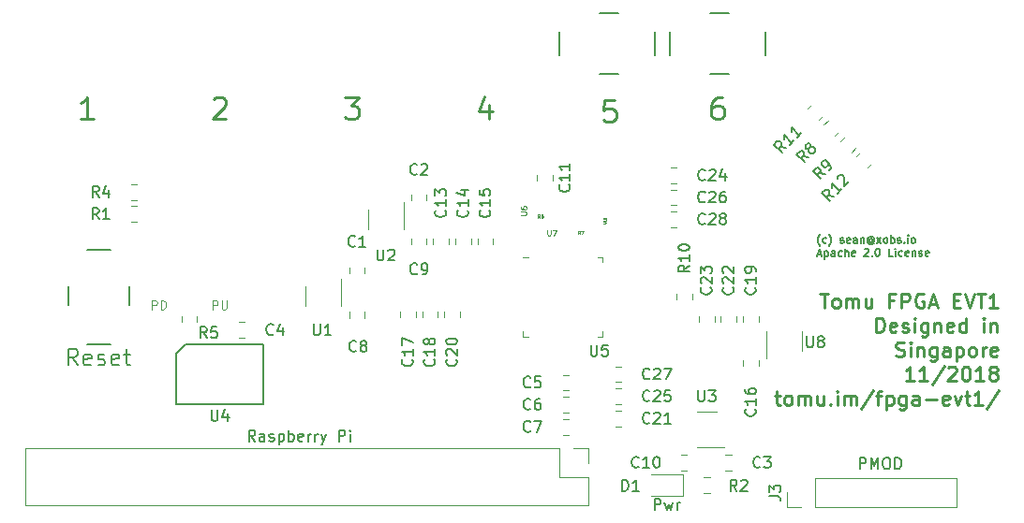
<source format=gto>
G04 #@! TF.GenerationSoftware,KiCad,Pcbnew,(5.0.0)*
G04 #@! TF.CreationDate,2018-11-02T20:35:23+08:00*
G04 #@! TF.ProjectId,tomu-fpga,746F6D752D667067612E6B696361645F,rev?*
G04 #@! TF.SameCoordinates,Original*
G04 #@! TF.FileFunction,Legend,Top*
G04 #@! TF.FilePolarity,Positive*
%FSLAX46Y46*%
G04 Gerber Fmt 4.6, Leading zero omitted, Abs format (unit mm)*
G04 Created by KiCad (PCBNEW (5.0.0)) date 11/02/18 20:35:23*
%MOMM*%
%LPD*%
G01*
G04 APERTURE LIST*
%ADD10C,0.150000*%
%ADD11C,0.250000*%
%ADD12C,0.200000*%
%ADD13C,0.100000*%
%ADD14C,0.120000*%
%ADD15C,0.050000*%
%ADD16C,0.075000*%
G04 APERTURE END LIST*
D10*
X97264166Y-55383333D02*
X97230833Y-55350000D01*
X97164166Y-55250000D01*
X97130833Y-55183333D01*
X97097500Y-55083333D01*
X97064166Y-54916666D01*
X97064166Y-54783333D01*
X97097500Y-54616666D01*
X97130833Y-54516666D01*
X97164166Y-54450000D01*
X97230833Y-54350000D01*
X97264166Y-54316666D01*
X97830833Y-55083333D02*
X97764166Y-55116666D01*
X97630833Y-55116666D01*
X97564166Y-55083333D01*
X97530833Y-55050000D01*
X97497500Y-54983333D01*
X97497500Y-54783333D01*
X97530833Y-54716666D01*
X97564166Y-54683333D01*
X97630833Y-54650000D01*
X97764166Y-54650000D01*
X97830833Y-54683333D01*
X98064166Y-55383333D02*
X98097500Y-55350000D01*
X98164166Y-55250000D01*
X98197500Y-55183333D01*
X98230833Y-55083333D01*
X98264166Y-54916666D01*
X98264166Y-54783333D01*
X98230833Y-54616666D01*
X98197500Y-54516666D01*
X98164166Y-54450000D01*
X98097500Y-54350000D01*
X98064166Y-54316666D01*
X99097500Y-55083333D02*
X99164166Y-55116666D01*
X99297500Y-55116666D01*
X99364166Y-55083333D01*
X99397500Y-55016666D01*
X99397500Y-54983333D01*
X99364166Y-54916666D01*
X99297500Y-54883333D01*
X99197500Y-54883333D01*
X99130833Y-54850000D01*
X99097500Y-54783333D01*
X99097500Y-54750000D01*
X99130833Y-54683333D01*
X99197500Y-54650000D01*
X99297500Y-54650000D01*
X99364166Y-54683333D01*
X99964166Y-55083333D02*
X99897500Y-55116666D01*
X99764166Y-55116666D01*
X99697500Y-55083333D01*
X99664166Y-55016666D01*
X99664166Y-54750000D01*
X99697500Y-54683333D01*
X99764166Y-54650000D01*
X99897500Y-54650000D01*
X99964166Y-54683333D01*
X99997500Y-54750000D01*
X99997500Y-54816666D01*
X99664166Y-54883333D01*
X100597500Y-55116666D02*
X100597500Y-54750000D01*
X100564166Y-54683333D01*
X100497500Y-54650000D01*
X100364166Y-54650000D01*
X100297500Y-54683333D01*
X100597500Y-55083333D02*
X100530833Y-55116666D01*
X100364166Y-55116666D01*
X100297500Y-55083333D01*
X100264166Y-55016666D01*
X100264166Y-54950000D01*
X100297500Y-54883333D01*
X100364166Y-54850000D01*
X100530833Y-54850000D01*
X100597500Y-54816666D01*
X100930833Y-54650000D02*
X100930833Y-55116666D01*
X100930833Y-54716666D02*
X100964166Y-54683333D01*
X101030833Y-54650000D01*
X101130833Y-54650000D01*
X101197500Y-54683333D01*
X101230833Y-54750000D01*
X101230833Y-55116666D01*
X101997500Y-54783333D02*
X101964166Y-54750000D01*
X101897500Y-54716666D01*
X101830833Y-54716666D01*
X101764166Y-54750000D01*
X101730833Y-54783333D01*
X101697500Y-54850000D01*
X101697500Y-54916666D01*
X101730833Y-54983333D01*
X101764166Y-55016666D01*
X101830833Y-55050000D01*
X101897500Y-55050000D01*
X101964166Y-55016666D01*
X101997500Y-54983333D01*
X101997500Y-54716666D02*
X101997500Y-54983333D01*
X102030833Y-55016666D01*
X102064166Y-55016666D01*
X102130833Y-54983333D01*
X102164166Y-54916666D01*
X102164166Y-54750000D01*
X102097500Y-54650000D01*
X101997500Y-54583333D01*
X101864166Y-54550000D01*
X101730833Y-54583333D01*
X101630833Y-54650000D01*
X101564166Y-54750000D01*
X101530833Y-54883333D01*
X101564166Y-55016666D01*
X101630833Y-55116666D01*
X101730833Y-55183333D01*
X101864166Y-55216666D01*
X101997500Y-55183333D01*
X102097500Y-55116666D01*
X102397500Y-55116666D02*
X102764166Y-54650000D01*
X102397500Y-54650000D02*
X102764166Y-55116666D01*
X103130833Y-55116666D02*
X103064166Y-55083333D01*
X103030833Y-55050000D01*
X102997500Y-54983333D01*
X102997500Y-54783333D01*
X103030833Y-54716666D01*
X103064166Y-54683333D01*
X103130833Y-54650000D01*
X103230833Y-54650000D01*
X103297500Y-54683333D01*
X103330833Y-54716666D01*
X103364166Y-54783333D01*
X103364166Y-54983333D01*
X103330833Y-55050000D01*
X103297500Y-55083333D01*
X103230833Y-55116666D01*
X103130833Y-55116666D01*
X103664166Y-55116666D02*
X103664166Y-54416666D01*
X103664166Y-54683333D02*
X103730833Y-54650000D01*
X103864166Y-54650000D01*
X103930833Y-54683333D01*
X103964166Y-54716666D01*
X103997500Y-54783333D01*
X103997500Y-54983333D01*
X103964166Y-55050000D01*
X103930833Y-55083333D01*
X103864166Y-55116666D01*
X103730833Y-55116666D01*
X103664166Y-55083333D01*
X104264166Y-55083333D02*
X104330833Y-55116666D01*
X104464166Y-55116666D01*
X104530833Y-55083333D01*
X104564166Y-55016666D01*
X104564166Y-54983333D01*
X104530833Y-54916666D01*
X104464166Y-54883333D01*
X104364166Y-54883333D01*
X104297500Y-54850000D01*
X104264166Y-54783333D01*
X104264166Y-54750000D01*
X104297500Y-54683333D01*
X104364166Y-54650000D01*
X104464166Y-54650000D01*
X104530833Y-54683333D01*
X104864166Y-55050000D02*
X104897500Y-55083333D01*
X104864166Y-55116666D01*
X104830833Y-55083333D01*
X104864166Y-55050000D01*
X104864166Y-55116666D01*
X105197500Y-55116666D02*
X105197500Y-54650000D01*
X105197500Y-54416666D02*
X105164166Y-54450000D01*
X105197500Y-54483333D01*
X105230833Y-54450000D01*
X105197500Y-54416666D01*
X105197500Y-54483333D01*
X105630833Y-55116666D02*
X105564166Y-55083333D01*
X105530833Y-55050000D01*
X105497500Y-54983333D01*
X105497500Y-54783333D01*
X105530833Y-54716666D01*
X105564166Y-54683333D01*
X105630833Y-54650000D01*
X105730833Y-54650000D01*
X105797500Y-54683333D01*
X105830833Y-54716666D01*
X105864166Y-54783333D01*
X105864166Y-54983333D01*
X105830833Y-55050000D01*
X105797500Y-55083333D01*
X105730833Y-55116666D01*
X105630833Y-55116666D01*
X97030833Y-56116666D02*
X97364166Y-56116666D01*
X96964166Y-56316666D02*
X97197500Y-55616666D01*
X97430833Y-56316666D01*
X97664166Y-55850000D02*
X97664166Y-56550000D01*
X97664166Y-55883333D02*
X97730833Y-55850000D01*
X97864166Y-55850000D01*
X97930833Y-55883333D01*
X97964166Y-55916666D01*
X97997500Y-55983333D01*
X97997500Y-56183333D01*
X97964166Y-56250000D01*
X97930833Y-56283333D01*
X97864166Y-56316666D01*
X97730833Y-56316666D01*
X97664166Y-56283333D01*
X98597500Y-56316666D02*
X98597500Y-55950000D01*
X98564166Y-55883333D01*
X98497500Y-55850000D01*
X98364166Y-55850000D01*
X98297500Y-55883333D01*
X98597500Y-56283333D02*
X98530833Y-56316666D01*
X98364166Y-56316666D01*
X98297500Y-56283333D01*
X98264166Y-56216666D01*
X98264166Y-56150000D01*
X98297500Y-56083333D01*
X98364166Y-56050000D01*
X98530833Y-56050000D01*
X98597500Y-56016666D01*
X99230833Y-56283333D02*
X99164166Y-56316666D01*
X99030833Y-56316666D01*
X98964166Y-56283333D01*
X98930833Y-56250000D01*
X98897500Y-56183333D01*
X98897500Y-55983333D01*
X98930833Y-55916666D01*
X98964166Y-55883333D01*
X99030833Y-55850000D01*
X99164166Y-55850000D01*
X99230833Y-55883333D01*
X99530833Y-56316666D02*
X99530833Y-55616666D01*
X99830833Y-56316666D02*
X99830833Y-55950000D01*
X99797500Y-55883333D01*
X99730833Y-55850000D01*
X99630833Y-55850000D01*
X99564166Y-55883333D01*
X99530833Y-55916666D01*
X100430833Y-56283333D02*
X100364166Y-56316666D01*
X100230833Y-56316666D01*
X100164166Y-56283333D01*
X100130833Y-56216666D01*
X100130833Y-55950000D01*
X100164166Y-55883333D01*
X100230833Y-55850000D01*
X100364166Y-55850000D01*
X100430833Y-55883333D01*
X100464166Y-55950000D01*
X100464166Y-56016666D01*
X100130833Y-56083333D01*
X101264166Y-55683333D02*
X101297500Y-55650000D01*
X101364166Y-55616666D01*
X101530833Y-55616666D01*
X101597500Y-55650000D01*
X101630833Y-55683333D01*
X101664166Y-55750000D01*
X101664166Y-55816666D01*
X101630833Y-55916666D01*
X101230833Y-56316666D01*
X101664166Y-56316666D01*
X101964166Y-56250000D02*
X101997500Y-56283333D01*
X101964166Y-56316666D01*
X101930833Y-56283333D01*
X101964166Y-56250000D01*
X101964166Y-56316666D01*
X102430833Y-55616666D02*
X102497500Y-55616666D01*
X102564166Y-55650000D01*
X102597500Y-55683333D01*
X102630833Y-55750000D01*
X102664166Y-55883333D01*
X102664166Y-56050000D01*
X102630833Y-56183333D01*
X102597500Y-56250000D01*
X102564166Y-56283333D01*
X102497500Y-56316666D01*
X102430833Y-56316666D01*
X102364166Y-56283333D01*
X102330833Y-56250000D01*
X102297500Y-56183333D01*
X102264166Y-56050000D01*
X102264166Y-55883333D01*
X102297500Y-55750000D01*
X102330833Y-55683333D01*
X102364166Y-55650000D01*
X102430833Y-55616666D01*
X103830833Y-56316666D02*
X103497500Y-56316666D01*
X103497500Y-55616666D01*
X104064166Y-56316666D02*
X104064166Y-55850000D01*
X104064166Y-55616666D02*
X104030833Y-55650000D01*
X104064166Y-55683333D01*
X104097500Y-55650000D01*
X104064166Y-55616666D01*
X104064166Y-55683333D01*
X104697500Y-56283333D02*
X104630833Y-56316666D01*
X104497500Y-56316666D01*
X104430833Y-56283333D01*
X104397500Y-56250000D01*
X104364166Y-56183333D01*
X104364166Y-55983333D01*
X104397500Y-55916666D01*
X104430833Y-55883333D01*
X104497500Y-55850000D01*
X104630833Y-55850000D01*
X104697500Y-55883333D01*
X105264166Y-56283333D02*
X105197500Y-56316666D01*
X105064166Y-56316666D01*
X104997500Y-56283333D01*
X104964166Y-56216666D01*
X104964166Y-55950000D01*
X104997500Y-55883333D01*
X105064166Y-55850000D01*
X105197500Y-55850000D01*
X105264166Y-55883333D01*
X105297500Y-55950000D01*
X105297500Y-56016666D01*
X104964166Y-56083333D01*
X105597500Y-55850000D02*
X105597500Y-56316666D01*
X105597500Y-55916666D02*
X105630833Y-55883333D01*
X105697500Y-55850000D01*
X105797500Y-55850000D01*
X105864166Y-55883333D01*
X105897500Y-55950000D01*
X105897500Y-56316666D01*
X106197500Y-56283333D02*
X106264166Y-56316666D01*
X106397500Y-56316666D01*
X106464166Y-56283333D01*
X106497500Y-56216666D01*
X106497500Y-56183333D01*
X106464166Y-56116666D01*
X106397500Y-56083333D01*
X106297500Y-56083333D01*
X106230833Y-56050000D01*
X106197500Y-55983333D01*
X106197500Y-55950000D01*
X106230833Y-55883333D01*
X106297500Y-55850000D01*
X106397500Y-55850000D01*
X106464166Y-55883333D01*
X107064166Y-56283333D02*
X106997500Y-56316666D01*
X106864166Y-56316666D01*
X106797500Y-56283333D01*
X106764166Y-56216666D01*
X106764166Y-55950000D01*
X106797500Y-55883333D01*
X106864166Y-55850000D01*
X106997500Y-55850000D01*
X107064166Y-55883333D01*
X107097500Y-55950000D01*
X107097500Y-56016666D01*
X106764166Y-56083333D01*
D11*
X97256547Y-59688095D02*
X97999404Y-59688095D01*
X97627976Y-60988095D02*
X97627976Y-59688095D01*
X98618452Y-60988095D02*
X98494642Y-60926190D01*
X98432738Y-60864285D01*
X98370833Y-60740476D01*
X98370833Y-60369047D01*
X98432738Y-60245238D01*
X98494642Y-60183333D01*
X98618452Y-60121428D01*
X98804166Y-60121428D01*
X98927976Y-60183333D01*
X98989880Y-60245238D01*
X99051785Y-60369047D01*
X99051785Y-60740476D01*
X98989880Y-60864285D01*
X98927976Y-60926190D01*
X98804166Y-60988095D01*
X98618452Y-60988095D01*
X99608928Y-60988095D02*
X99608928Y-60121428D01*
X99608928Y-60245238D02*
X99670833Y-60183333D01*
X99794642Y-60121428D01*
X99980357Y-60121428D01*
X100104166Y-60183333D01*
X100166071Y-60307142D01*
X100166071Y-60988095D01*
X100166071Y-60307142D02*
X100227976Y-60183333D01*
X100351785Y-60121428D01*
X100537500Y-60121428D01*
X100661309Y-60183333D01*
X100723214Y-60307142D01*
X100723214Y-60988095D01*
X101899404Y-60121428D02*
X101899404Y-60988095D01*
X101342261Y-60121428D02*
X101342261Y-60802380D01*
X101404166Y-60926190D01*
X101527976Y-60988095D01*
X101713690Y-60988095D01*
X101837500Y-60926190D01*
X101899404Y-60864285D01*
X103942261Y-60307142D02*
X103508928Y-60307142D01*
X103508928Y-60988095D02*
X103508928Y-59688095D01*
X104127976Y-59688095D01*
X104623214Y-60988095D02*
X104623214Y-59688095D01*
X105118452Y-59688095D01*
X105242261Y-59750000D01*
X105304166Y-59811904D01*
X105366071Y-59935714D01*
X105366071Y-60121428D01*
X105304166Y-60245238D01*
X105242261Y-60307142D01*
X105118452Y-60369047D01*
X104623214Y-60369047D01*
X106604166Y-59750000D02*
X106480357Y-59688095D01*
X106294642Y-59688095D01*
X106108928Y-59750000D01*
X105985119Y-59873809D01*
X105923214Y-59997619D01*
X105861309Y-60245238D01*
X105861309Y-60430952D01*
X105923214Y-60678571D01*
X105985119Y-60802380D01*
X106108928Y-60926190D01*
X106294642Y-60988095D01*
X106418452Y-60988095D01*
X106604166Y-60926190D01*
X106666071Y-60864285D01*
X106666071Y-60430952D01*
X106418452Y-60430952D01*
X107161309Y-60616666D02*
X107780357Y-60616666D01*
X107037500Y-60988095D02*
X107470833Y-59688095D01*
X107904166Y-60988095D01*
X109327976Y-60307142D02*
X109761309Y-60307142D01*
X109947023Y-60988095D02*
X109327976Y-60988095D01*
X109327976Y-59688095D01*
X109947023Y-59688095D01*
X110318452Y-59688095D02*
X110751785Y-60988095D01*
X111185119Y-59688095D01*
X111432738Y-59688095D02*
X112175595Y-59688095D01*
X111804166Y-60988095D02*
X111804166Y-59688095D01*
X113289880Y-60988095D02*
X112547023Y-60988095D01*
X112918452Y-60988095D02*
X112918452Y-59688095D01*
X112794642Y-59873809D01*
X112670833Y-59997619D01*
X112547023Y-60059523D01*
X102332738Y-63188095D02*
X102332738Y-61888095D01*
X102642261Y-61888095D01*
X102827976Y-61950000D01*
X102951785Y-62073809D01*
X103013690Y-62197619D01*
X103075595Y-62445238D01*
X103075595Y-62630952D01*
X103013690Y-62878571D01*
X102951785Y-63002380D01*
X102827976Y-63126190D01*
X102642261Y-63188095D01*
X102332738Y-63188095D01*
X104127976Y-63126190D02*
X104004166Y-63188095D01*
X103756547Y-63188095D01*
X103632738Y-63126190D01*
X103570833Y-63002380D01*
X103570833Y-62507142D01*
X103632738Y-62383333D01*
X103756547Y-62321428D01*
X104004166Y-62321428D01*
X104127976Y-62383333D01*
X104189880Y-62507142D01*
X104189880Y-62630952D01*
X103570833Y-62754761D01*
X104685119Y-63126190D02*
X104808928Y-63188095D01*
X105056547Y-63188095D01*
X105180357Y-63126190D01*
X105242261Y-63002380D01*
X105242261Y-62940476D01*
X105180357Y-62816666D01*
X105056547Y-62754761D01*
X104870833Y-62754761D01*
X104747023Y-62692857D01*
X104685119Y-62569047D01*
X104685119Y-62507142D01*
X104747023Y-62383333D01*
X104870833Y-62321428D01*
X105056547Y-62321428D01*
X105180357Y-62383333D01*
X105799404Y-63188095D02*
X105799404Y-62321428D01*
X105799404Y-61888095D02*
X105737500Y-61950000D01*
X105799404Y-62011904D01*
X105861309Y-61950000D01*
X105799404Y-61888095D01*
X105799404Y-62011904D01*
X106975595Y-62321428D02*
X106975595Y-63373809D01*
X106913690Y-63497619D01*
X106851785Y-63559523D01*
X106727976Y-63621428D01*
X106542261Y-63621428D01*
X106418452Y-63559523D01*
X106975595Y-63126190D02*
X106851785Y-63188095D01*
X106604166Y-63188095D01*
X106480357Y-63126190D01*
X106418452Y-63064285D01*
X106356547Y-62940476D01*
X106356547Y-62569047D01*
X106418452Y-62445238D01*
X106480357Y-62383333D01*
X106604166Y-62321428D01*
X106851785Y-62321428D01*
X106975595Y-62383333D01*
X107594642Y-62321428D02*
X107594642Y-63188095D01*
X107594642Y-62445238D02*
X107656547Y-62383333D01*
X107780357Y-62321428D01*
X107966071Y-62321428D01*
X108089880Y-62383333D01*
X108151785Y-62507142D01*
X108151785Y-63188095D01*
X109266071Y-63126190D02*
X109142261Y-63188095D01*
X108894642Y-63188095D01*
X108770833Y-63126190D01*
X108708928Y-63002380D01*
X108708928Y-62507142D01*
X108770833Y-62383333D01*
X108894642Y-62321428D01*
X109142261Y-62321428D01*
X109266071Y-62383333D01*
X109327976Y-62507142D01*
X109327976Y-62630952D01*
X108708928Y-62754761D01*
X110442261Y-63188095D02*
X110442261Y-61888095D01*
X110442261Y-63126190D02*
X110318452Y-63188095D01*
X110070833Y-63188095D01*
X109947023Y-63126190D01*
X109885119Y-63064285D01*
X109823214Y-62940476D01*
X109823214Y-62569047D01*
X109885119Y-62445238D01*
X109947023Y-62383333D01*
X110070833Y-62321428D01*
X110318452Y-62321428D01*
X110442261Y-62383333D01*
X112051785Y-63188095D02*
X112051785Y-62321428D01*
X112051785Y-61888095D02*
X111989880Y-61950000D01*
X112051785Y-62011904D01*
X112113690Y-61950000D01*
X112051785Y-61888095D01*
X112051785Y-62011904D01*
X112670833Y-62321428D02*
X112670833Y-63188095D01*
X112670833Y-62445238D02*
X112732738Y-62383333D01*
X112856547Y-62321428D01*
X113042261Y-62321428D01*
X113166071Y-62383333D01*
X113227976Y-62507142D01*
X113227976Y-63188095D01*
X104127976Y-65326190D02*
X104313690Y-65388095D01*
X104623214Y-65388095D01*
X104747023Y-65326190D01*
X104808928Y-65264285D01*
X104870833Y-65140476D01*
X104870833Y-65016666D01*
X104808928Y-64892857D01*
X104747023Y-64830952D01*
X104623214Y-64769047D01*
X104375595Y-64707142D01*
X104251785Y-64645238D01*
X104189880Y-64583333D01*
X104127976Y-64459523D01*
X104127976Y-64335714D01*
X104189880Y-64211904D01*
X104251785Y-64150000D01*
X104375595Y-64088095D01*
X104685119Y-64088095D01*
X104870833Y-64150000D01*
X105427976Y-65388095D02*
X105427976Y-64521428D01*
X105427976Y-64088095D02*
X105366071Y-64150000D01*
X105427976Y-64211904D01*
X105489880Y-64150000D01*
X105427976Y-64088095D01*
X105427976Y-64211904D01*
X106047023Y-64521428D02*
X106047023Y-65388095D01*
X106047023Y-64645238D02*
X106108928Y-64583333D01*
X106232738Y-64521428D01*
X106418452Y-64521428D01*
X106542261Y-64583333D01*
X106604166Y-64707142D01*
X106604166Y-65388095D01*
X107780357Y-64521428D02*
X107780357Y-65573809D01*
X107718452Y-65697619D01*
X107656547Y-65759523D01*
X107532738Y-65821428D01*
X107347023Y-65821428D01*
X107223214Y-65759523D01*
X107780357Y-65326190D02*
X107656547Y-65388095D01*
X107408928Y-65388095D01*
X107285119Y-65326190D01*
X107223214Y-65264285D01*
X107161309Y-65140476D01*
X107161309Y-64769047D01*
X107223214Y-64645238D01*
X107285119Y-64583333D01*
X107408928Y-64521428D01*
X107656547Y-64521428D01*
X107780357Y-64583333D01*
X108956547Y-65388095D02*
X108956547Y-64707142D01*
X108894642Y-64583333D01*
X108770833Y-64521428D01*
X108523214Y-64521428D01*
X108399404Y-64583333D01*
X108956547Y-65326190D02*
X108832738Y-65388095D01*
X108523214Y-65388095D01*
X108399404Y-65326190D01*
X108337500Y-65202380D01*
X108337500Y-65078571D01*
X108399404Y-64954761D01*
X108523214Y-64892857D01*
X108832738Y-64892857D01*
X108956547Y-64830952D01*
X109575595Y-64521428D02*
X109575595Y-65821428D01*
X109575595Y-64583333D02*
X109699404Y-64521428D01*
X109947023Y-64521428D01*
X110070833Y-64583333D01*
X110132738Y-64645238D01*
X110194642Y-64769047D01*
X110194642Y-65140476D01*
X110132738Y-65264285D01*
X110070833Y-65326190D01*
X109947023Y-65388095D01*
X109699404Y-65388095D01*
X109575595Y-65326190D01*
X110937500Y-65388095D02*
X110813690Y-65326190D01*
X110751785Y-65264285D01*
X110689880Y-65140476D01*
X110689880Y-64769047D01*
X110751785Y-64645238D01*
X110813690Y-64583333D01*
X110937500Y-64521428D01*
X111123214Y-64521428D01*
X111247023Y-64583333D01*
X111308928Y-64645238D01*
X111370833Y-64769047D01*
X111370833Y-65140476D01*
X111308928Y-65264285D01*
X111247023Y-65326190D01*
X111123214Y-65388095D01*
X110937500Y-65388095D01*
X111927976Y-65388095D02*
X111927976Y-64521428D01*
X111927976Y-64769047D02*
X111989880Y-64645238D01*
X112051785Y-64583333D01*
X112175595Y-64521428D01*
X112299404Y-64521428D01*
X113227976Y-65326190D02*
X113104166Y-65388095D01*
X112856547Y-65388095D01*
X112732738Y-65326190D01*
X112670833Y-65202380D01*
X112670833Y-64707142D01*
X112732738Y-64583333D01*
X112856547Y-64521428D01*
X113104166Y-64521428D01*
X113227976Y-64583333D01*
X113289880Y-64707142D01*
X113289880Y-64830952D01*
X112670833Y-64954761D01*
X105737500Y-67588095D02*
X104994642Y-67588095D01*
X105366071Y-67588095D02*
X105366071Y-66288095D01*
X105242261Y-66473809D01*
X105118452Y-66597619D01*
X104994642Y-66659523D01*
X106975595Y-67588095D02*
X106232738Y-67588095D01*
X106604166Y-67588095D02*
X106604166Y-66288095D01*
X106480357Y-66473809D01*
X106356547Y-66597619D01*
X106232738Y-66659523D01*
X108461309Y-66226190D02*
X107347023Y-67897619D01*
X108832738Y-66411904D02*
X108894642Y-66350000D01*
X109018452Y-66288095D01*
X109327976Y-66288095D01*
X109451785Y-66350000D01*
X109513690Y-66411904D01*
X109575595Y-66535714D01*
X109575595Y-66659523D01*
X109513690Y-66845238D01*
X108770833Y-67588095D01*
X109575595Y-67588095D01*
X110380357Y-66288095D02*
X110504166Y-66288095D01*
X110627976Y-66350000D01*
X110689880Y-66411904D01*
X110751785Y-66535714D01*
X110813690Y-66783333D01*
X110813690Y-67092857D01*
X110751785Y-67340476D01*
X110689880Y-67464285D01*
X110627976Y-67526190D01*
X110504166Y-67588095D01*
X110380357Y-67588095D01*
X110256547Y-67526190D01*
X110194642Y-67464285D01*
X110132738Y-67340476D01*
X110070833Y-67092857D01*
X110070833Y-66783333D01*
X110132738Y-66535714D01*
X110194642Y-66411904D01*
X110256547Y-66350000D01*
X110380357Y-66288095D01*
X112051785Y-67588095D02*
X111308928Y-67588095D01*
X111680357Y-67588095D02*
X111680357Y-66288095D01*
X111556547Y-66473809D01*
X111432738Y-66597619D01*
X111308928Y-66659523D01*
X112794642Y-66845238D02*
X112670833Y-66783333D01*
X112608928Y-66721428D01*
X112547023Y-66597619D01*
X112547023Y-66535714D01*
X112608928Y-66411904D01*
X112670833Y-66350000D01*
X112794642Y-66288095D01*
X113042261Y-66288095D01*
X113166071Y-66350000D01*
X113227976Y-66411904D01*
X113289880Y-66535714D01*
X113289880Y-66597619D01*
X113227976Y-66721428D01*
X113166071Y-66783333D01*
X113042261Y-66845238D01*
X112794642Y-66845238D01*
X112670833Y-66907142D01*
X112608928Y-66969047D01*
X112547023Y-67092857D01*
X112547023Y-67340476D01*
X112608928Y-67464285D01*
X112670833Y-67526190D01*
X112794642Y-67588095D01*
X113042261Y-67588095D01*
X113166071Y-67526190D01*
X113227976Y-67464285D01*
X113289880Y-67340476D01*
X113289880Y-67092857D01*
X113227976Y-66969047D01*
X113166071Y-66907142D01*
X113042261Y-66845238D01*
X93170833Y-68921428D02*
X93666071Y-68921428D01*
X93356547Y-68488095D02*
X93356547Y-69602380D01*
X93418452Y-69726190D01*
X93542261Y-69788095D01*
X93666071Y-69788095D01*
X94285119Y-69788095D02*
X94161309Y-69726190D01*
X94099404Y-69664285D01*
X94037500Y-69540476D01*
X94037500Y-69169047D01*
X94099404Y-69045238D01*
X94161309Y-68983333D01*
X94285119Y-68921428D01*
X94470833Y-68921428D01*
X94594642Y-68983333D01*
X94656547Y-69045238D01*
X94718452Y-69169047D01*
X94718452Y-69540476D01*
X94656547Y-69664285D01*
X94594642Y-69726190D01*
X94470833Y-69788095D01*
X94285119Y-69788095D01*
X95275595Y-69788095D02*
X95275595Y-68921428D01*
X95275595Y-69045238D02*
X95337500Y-68983333D01*
X95461309Y-68921428D01*
X95647023Y-68921428D01*
X95770833Y-68983333D01*
X95832738Y-69107142D01*
X95832738Y-69788095D01*
X95832738Y-69107142D02*
X95894642Y-68983333D01*
X96018452Y-68921428D01*
X96204166Y-68921428D01*
X96327976Y-68983333D01*
X96389880Y-69107142D01*
X96389880Y-69788095D01*
X97566071Y-68921428D02*
X97566071Y-69788095D01*
X97008928Y-68921428D02*
X97008928Y-69602380D01*
X97070833Y-69726190D01*
X97194642Y-69788095D01*
X97380357Y-69788095D01*
X97504166Y-69726190D01*
X97566071Y-69664285D01*
X98185119Y-69664285D02*
X98247023Y-69726190D01*
X98185119Y-69788095D01*
X98123214Y-69726190D01*
X98185119Y-69664285D01*
X98185119Y-69788095D01*
X98804166Y-69788095D02*
X98804166Y-68921428D01*
X98804166Y-68488095D02*
X98742261Y-68550000D01*
X98804166Y-68611904D01*
X98866071Y-68550000D01*
X98804166Y-68488095D01*
X98804166Y-68611904D01*
X99423214Y-69788095D02*
X99423214Y-68921428D01*
X99423214Y-69045238D02*
X99485119Y-68983333D01*
X99608928Y-68921428D01*
X99794642Y-68921428D01*
X99918452Y-68983333D01*
X99980357Y-69107142D01*
X99980357Y-69788095D01*
X99980357Y-69107142D02*
X100042261Y-68983333D01*
X100166071Y-68921428D01*
X100351785Y-68921428D01*
X100475595Y-68983333D01*
X100537500Y-69107142D01*
X100537500Y-69788095D01*
X102085119Y-68426190D02*
X100970833Y-70097619D01*
X102332738Y-68921428D02*
X102827976Y-68921428D01*
X102518452Y-69788095D02*
X102518452Y-68673809D01*
X102580357Y-68550000D01*
X102704166Y-68488095D01*
X102827976Y-68488095D01*
X103261309Y-68921428D02*
X103261309Y-70221428D01*
X103261309Y-68983333D02*
X103385119Y-68921428D01*
X103632738Y-68921428D01*
X103756547Y-68983333D01*
X103818452Y-69045238D01*
X103880357Y-69169047D01*
X103880357Y-69540476D01*
X103818452Y-69664285D01*
X103756547Y-69726190D01*
X103632738Y-69788095D01*
X103385119Y-69788095D01*
X103261309Y-69726190D01*
X104994642Y-68921428D02*
X104994642Y-69973809D01*
X104932738Y-70097619D01*
X104870833Y-70159523D01*
X104747023Y-70221428D01*
X104561309Y-70221428D01*
X104437500Y-70159523D01*
X104994642Y-69726190D02*
X104870833Y-69788095D01*
X104623214Y-69788095D01*
X104499404Y-69726190D01*
X104437500Y-69664285D01*
X104375595Y-69540476D01*
X104375595Y-69169047D01*
X104437500Y-69045238D01*
X104499404Y-68983333D01*
X104623214Y-68921428D01*
X104870833Y-68921428D01*
X104994642Y-68983333D01*
X106170833Y-69788095D02*
X106170833Y-69107142D01*
X106108928Y-68983333D01*
X105985119Y-68921428D01*
X105737500Y-68921428D01*
X105613690Y-68983333D01*
X106170833Y-69726190D02*
X106047023Y-69788095D01*
X105737500Y-69788095D01*
X105613690Y-69726190D01*
X105551785Y-69602380D01*
X105551785Y-69478571D01*
X105613690Y-69354761D01*
X105737500Y-69292857D01*
X106047023Y-69292857D01*
X106170833Y-69230952D01*
X106789880Y-69292857D02*
X107780357Y-69292857D01*
X108894642Y-69726190D02*
X108770833Y-69788095D01*
X108523214Y-69788095D01*
X108399404Y-69726190D01*
X108337500Y-69602380D01*
X108337500Y-69107142D01*
X108399404Y-68983333D01*
X108523214Y-68921428D01*
X108770833Y-68921428D01*
X108894642Y-68983333D01*
X108956547Y-69107142D01*
X108956547Y-69230952D01*
X108337500Y-69354761D01*
X109389880Y-68921428D02*
X109699404Y-69788095D01*
X110008928Y-68921428D01*
X110318452Y-68921428D02*
X110813690Y-68921428D01*
X110504166Y-68488095D02*
X110504166Y-69602380D01*
X110566071Y-69726190D01*
X110689880Y-69788095D01*
X110813690Y-69788095D01*
X111927976Y-69788095D02*
X111185119Y-69788095D01*
X111556547Y-69788095D02*
X111556547Y-68488095D01*
X111432738Y-68673809D01*
X111308928Y-68797619D01*
X111185119Y-68859523D01*
X113413690Y-68426190D02*
X112299404Y-70097619D01*
D12*
X46200000Y-73052380D02*
X45866666Y-72576190D01*
X45628571Y-73052380D02*
X45628571Y-72052380D01*
X46009523Y-72052380D01*
X46104761Y-72100000D01*
X46152380Y-72147619D01*
X46200000Y-72242857D01*
X46200000Y-72385714D01*
X46152380Y-72480952D01*
X46104761Y-72528571D01*
X46009523Y-72576190D01*
X45628571Y-72576190D01*
X47057142Y-73052380D02*
X47057142Y-72528571D01*
X47009523Y-72433333D01*
X46914285Y-72385714D01*
X46723809Y-72385714D01*
X46628571Y-72433333D01*
X47057142Y-73004761D02*
X46961904Y-73052380D01*
X46723809Y-73052380D01*
X46628571Y-73004761D01*
X46580952Y-72909523D01*
X46580952Y-72814285D01*
X46628571Y-72719047D01*
X46723809Y-72671428D01*
X46961904Y-72671428D01*
X47057142Y-72623809D01*
X47485714Y-73004761D02*
X47580952Y-73052380D01*
X47771428Y-73052380D01*
X47866666Y-73004761D01*
X47914285Y-72909523D01*
X47914285Y-72861904D01*
X47866666Y-72766666D01*
X47771428Y-72719047D01*
X47628571Y-72719047D01*
X47533333Y-72671428D01*
X47485714Y-72576190D01*
X47485714Y-72528571D01*
X47533333Y-72433333D01*
X47628571Y-72385714D01*
X47771428Y-72385714D01*
X47866666Y-72433333D01*
X48342857Y-72385714D02*
X48342857Y-73385714D01*
X48342857Y-72433333D02*
X48438095Y-72385714D01*
X48628571Y-72385714D01*
X48723809Y-72433333D01*
X48771428Y-72480952D01*
X48819047Y-72576190D01*
X48819047Y-72861904D01*
X48771428Y-72957142D01*
X48723809Y-73004761D01*
X48628571Y-73052380D01*
X48438095Y-73052380D01*
X48342857Y-73004761D01*
X49247619Y-73052380D02*
X49247619Y-72052380D01*
X49247619Y-72433333D02*
X49342857Y-72385714D01*
X49533333Y-72385714D01*
X49628571Y-72433333D01*
X49676190Y-72480952D01*
X49723809Y-72576190D01*
X49723809Y-72861904D01*
X49676190Y-72957142D01*
X49628571Y-73004761D01*
X49533333Y-73052380D01*
X49342857Y-73052380D01*
X49247619Y-73004761D01*
X50533333Y-73004761D02*
X50438095Y-73052380D01*
X50247619Y-73052380D01*
X50152380Y-73004761D01*
X50104761Y-72909523D01*
X50104761Y-72528571D01*
X50152380Y-72433333D01*
X50247619Y-72385714D01*
X50438095Y-72385714D01*
X50533333Y-72433333D01*
X50580952Y-72528571D01*
X50580952Y-72623809D01*
X50104761Y-72719047D01*
X51009523Y-73052380D02*
X51009523Y-72385714D01*
X51009523Y-72576190D02*
X51057142Y-72480952D01*
X51104761Y-72433333D01*
X51200000Y-72385714D01*
X51295238Y-72385714D01*
X51628571Y-73052380D02*
X51628571Y-72385714D01*
X51628571Y-72576190D02*
X51676190Y-72480952D01*
X51723809Y-72433333D01*
X51819047Y-72385714D01*
X51914285Y-72385714D01*
X52152380Y-72385714D02*
X52390476Y-73052380D01*
X52628571Y-72385714D02*
X52390476Y-73052380D01*
X52295238Y-73290476D01*
X52247619Y-73338095D01*
X52152380Y-73385714D01*
X53771428Y-73052380D02*
X53771428Y-72052380D01*
X54152380Y-72052380D01*
X54247619Y-72100000D01*
X54295238Y-72147619D01*
X54342857Y-72242857D01*
X54342857Y-72385714D01*
X54295238Y-72480952D01*
X54247619Y-72528571D01*
X54152380Y-72576190D01*
X53771428Y-72576190D01*
X54771428Y-73052380D02*
X54771428Y-72385714D01*
X54771428Y-72052380D02*
X54723809Y-72100000D01*
X54771428Y-72147619D01*
X54819047Y-72100000D01*
X54771428Y-72052380D01*
X54771428Y-72147619D01*
X100842857Y-75552380D02*
X100842857Y-74552380D01*
X101223809Y-74552380D01*
X101319047Y-74600000D01*
X101366666Y-74647619D01*
X101414285Y-74742857D01*
X101414285Y-74885714D01*
X101366666Y-74980952D01*
X101319047Y-75028571D01*
X101223809Y-75076190D01*
X100842857Y-75076190D01*
X101842857Y-75552380D02*
X101842857Y-74552380D01*
X102176190Y-75266666D01*
X102509523Y-74552380D01*
X102509523Y-75552380D01*
X103176190Y-74552380D02*
X103366666Y-74552380D01*
X103461904Y-74600000D01*
X103557142Y-74695238D01*
X103604761Y-74885714D01*
X103604761Y-75219047D01*
X103557142Y-75409523D01*
X103461904Y-75504761D01*
X103366666Y-75552380D01*
X103176190Y-75552380D01*
X103080952Y-75504761D01*
X102985714Y-75409523D01*
X102938095Y-75219047D01*
X102938095Y-74885714D01*
X102985714Y-74695238D01*
X103080952Y-74600000D01*
X103176190Y-74552380D01*
X104033333Y-75552380D02*
X104033333Y-74552380D01*
X104271428Y-74552380D01*
X104414285Y-74600000D01*
X104509523Y-74695238D01*
X104557142Y-74790476D01*
X104604761Y-74980952D01*
X104604761Y-75123809D01*
X104557142Y-75314285D01*
X104509523Y-75409523D01*
X104414285Y-75504761D01*
X104271428Y-75552380D01*
X104033333Y-75552380D01*
D10*
X82304761Y-79252380D02*
X82304761Y-78252380D01*
X82685714Y-78252380D01*
X82780952Y-78300000D01*
X82828571Y-78347619D01*
X82876190Y-78442857D01*
X82876190Y-78585714D01*
X82828571Y-78680952D01*
X82780952Y-78728571D01*
X82685714Y-78776190D01*
X82304761Y-78776190D01*
X83209523Y-78585714D02*
X83400000Y-79252380D01*
X83590476Y-78776190D01*
X83780952Y-79252380D01*
X83971428Y-78585714D01*
X84352380Y-79252380D02*
X84352380Y-78585714D01*
X84352380Y-78776190D02*
X84400000Y-78680952D01*
X84447619Y-78633333D01*
X84542857Y-78585714D01*
X84638095Y-78585714D01*
D11*
X88380952Y-41904761D02*
X88000000Y-41904761D01*
X87809523Y-42000000D01*
X87714285Y-42095238D01*
X87523809Y-42380952D01*
X87428571Y-42761904D01*
X87428571Y-43523809D01*
X87523809Y-43714285D01*
X87619047Y-43809523D01*
X87809523Y-43904761D01*
X88190476Y-43904761D01*
X88380952Y-43809523D01*
X88476190Y-43714285D01*
X88571428Y-43523809D01*
X88571428Y-43047619D01*
X88476190Y-42857142D01*
X88380952Y-42761904D01*
X88190476Y-42666666D01*
X87809523Y-42666666D01*
X87619047Y-42761904D01*
X87523809Y-42857142D01*
X87428571Y-43047619D01*
X78726190Y-42154761D02*
X77773809Y-42154761D01*
X77678571Y-43107142D01*
X77773809Y-43011904D01*
X77964285Y-42916666D01*
X78440476Y-42916666D01*
X78630952Y-43011904D01*
X78726190Y-43107142D01*
X78821428Y-43297619D01*
X78821428Y-43773809D01*
X78726190Y-43964285D01*
X78630952Y-44059523D01*
X78440476Y-44154761D01*
X77964285Y-44154761D01*
X77773809Y-44059523D01*
X77678571Y-43964285D01*
D12*
X30142857Y-66178571D02*
X29642857Y-65464285D01*
X29285714Y-66178571D02*
X29285714Y-64678571D01*
X29857142Y-64678571D01*
X30000000Y-64750000D01*
X30071428Y-64821428D01*
X30142857Y-64964285D01*
X30142857Y-65178571D01*
X30071428Y-65321428D01*
X30000000Y-65392857D01*
X29857142Y-65464285D01*
X29285714Y-65464285D01*
X31357142Y-66107142D02*
X31214285Y-66178571D01*
X30928571Y-66178571D01*
X30785714Y-66107142D01*
X30714285Y-65964285D01*
X30714285Y-65392857D01*
X30785714Y-65250000D01*
X30928571Y-65178571D01*
X31214285Y-65178571D01*
X31357142Y-65250000D01*
X31428571Y-65392857D01*
X31428571Y-65535714D01*
X30714285Y-65678571D01*
X32000000Y-66107142D02*
X32142857Y-66178571D01*
X32428571Y-66178571D01*
X32571428Y-66107142D01*
X32642857Y-65964285D01*
X32642857Y-65892857D01*
X32571428Y-65750000D01*
X32428571Y-65678571D01*
X32214285Y-65678571D01*
X32071428Y-65607142D01*
X32000000Y-65464285D01*
X32000000Y-65392857D01*
X32071428Y-65250000D01*
X32214285Y-65178571D01*
X32428571Y-65178571D01*
X32571428Y-65250000D01*
X33857142Y-66107142D02*
X33714285Y-66178571D01*
X33428571Y-66178571D01*
X33285714Y-66107142D01*
X33214285Y-65964285D01*
X33214285Y-65392857D01*
X33285714Y-65250000D01*
X33428571Y-65178571D01*
X33714285Y-65178571D01*
X33857142Y-65250000D01*
X33928571Y-65392857D01*
X33928571Y-65535714D01*
X33214285Y-65678571D01*
X34357142Y-65178571D02*
X34928571Y-65178571D01*
X34571428Y-64678571D02*
X34571428Y-65964285D01*
X34642857Y-66107142D01*
X34785714Y-66178571D01*
X34928571Y-66178571D01*
D13*
X42371428Y-61111904D02*
X42371428Y-60311904D01*
X42676190Y-60311904D01*
X42752380Y-60350000D01*
X42790476Y-60388095D01*
X42828571Y-60464285D01*
X42828571Y-60578571D01*
X42790476Y-60654761D01*
X42752380Y-60692857D01*
X42676190Y-60730952D01*
X42371428Y-60730952D01*
X43171428Y-60311904D02*
X43171428Y-60959523D01*
X43209523Y-61035714D01*
X43247619Y-61073809D01*
X43323809Y-61111904D01*
X43476190Y-61111904D01*
X43552380Y-61073809D01*
X43590476Y-61035714D01*
X43628571Y-60959523D01*
X43628571Y-60311904D01*
X36890476Y-61111904D02*
X36890476Y-60311904D01*
X37195238Y-60311904D01*
X37271428Y-60350000D01*
X37309523Y-60388095D01*
X37347619Y-60464285D01*
X37347619Y-60578571D01*
X37309523Y-60654761D01*
X37271428Y-60692857D01*
X37195238Y-60730952D01*
X36890476Y-60730952D01*
X37690476Y-61111904D02*
X37690476Y-60311904D01*
X37880952Y-60311904D01*
X37995238Y-60350000D01*
X38071428Y-60426190D01*
X38109523Y-60502380D01*
X38147619Y-60654761D01*
X38147619Y-60769047D01*
X38109523Y-60921428D01*
X38071428Y-60997619D01*
X37995238Y-61073809D01*
X37880952Y-61111904D01*
X37690476Y-61111904D01*
D14*
G04 #@! TO.C,J3*
X109590000Y-79030000D02*
X109590000Y-76370000D01*
X96830000Y-79030000D02*
X109590000Y-79030000D01*
X96830000Y-76370000D02*
X109590000Y-76370000D01*
X96830000Y-79030000D02*
X96830000Y-76370000D01*
X95560000Y-79030000D02*
X94230000Y-79030000D01*
X94230000Y-79030000D02*
X94230000Y-77700000D01*
D12*
G04 #@! TO.C,SW3*
X89000000Y-39800000D02*
X87300000Y-39800000D01*
X83700000Y-36000000D02*
X83700000Y-38100000D01*
X89000000Y-34300000D02*
X87300000Y-34300000D01*
X92300000Y-36000000D02*
X92300000Y-38100000D01*
D14*
G04 #@! TO.C,C27*
X78738748Y-66290000D02*
X79261252Y-66290000D01*
X78738748Y-67710000D02*
X79261252Y-67710000D01*
G04 #@! TO.C,C26*
X83738748Y-51710000D02*
X84261252Y-51710000D01*
X83738748Y-50290000D02*
X84261252Y-50290000D01*
G04 #@! TO.C,C25*
X78738748Y-68290000D02*
X79261252Y-68290000D01*
X78738748Y-69710000D02*
X79261252Y-69710000D01*
G04 #@! TO.C,C24*
X83738748Y-49710000D02*
X84261252Y-49710000D01*
X83738748Y-48290000D02*
X84261252Y-48290000D01*
G04 #@! TO.C,C23*
X87710000Y-61738748D02*
X87710000Y-62261252D01*
X86290000Y-61738748D02*
X86290000Y-62261252D01*
G04 #@! TO.C,C22*
X89710000Y-62286252D02*
X89710000Y-61763748D01*
X88290000Y-62286252D02*
X88290000Y-61763748D01*
G04 #@! TO.C,C21*
X78738748Y-70290000D02*
X79261252Y-70290000D01*
X78738748Y-71710000D02*
X79261252Y-71710000D01*
G04 #@! TO.C,C20*
X64710000Y-61861252D02*
X64710000Y-61338748D01*
X63290000Y-61861252D02*
X63290000Y-61338748D01*
G04 #@! TO.C,C19*
X91710000Y-61763748D02*
X91710000Y-62286252D01*
X90290000Y-61763748D02*
X90290000Y-62286252D01*
G04 #@! TO.C,C18*
X62710000Y-61861252D02*
X62710000Y-61338748D01*
X61290000Y-61861252D02*
X61290000Y-61338748D01*
G04 #@! TO.C,C17*
X59290000Y-61861252D02*
X59290000Y-61338748D01*
X60710000Y-61861252D02*
X60710000Y-61338748D01*
G04 #@! TO.C,C16*
X91710000Y-66261252D02*
X91710000Y-65738748D01*
X90290000Y-66261252D02*
X90290000Y-65738748D01*
G04 #@! TO.C,C14*
X64290000Y-55261252D02*
X64290000Y-54738748D01*
X65710000Y-55261252D02*
X65710000Y-54738748D01*
G04 #@! TO.C,C15*
X67710000Y-55261252D02*
X67710000Y-54738748D01*
X66290000Y-55261252D02*
X66290000Y-54738748D01*
G04 #@! TO.C,C13*
X62290000Y-55261252D02*
X62290000Y-54738748D01*
X63710000Y-55261252D02*
X63710000Y-54738748D01*
G04 #@! TO.C,C11*
X71690000Y-48938748D02*
X71690000Y-49461252D01*
X73110000Y-48938748D02*
X73110000Y-49461252D01*
G04 #@! TO.C,C10*
X84688748Y-74290000D02*
X85211252Y-74290000D01*
X84688748Y-75710000D02*
X85211252Y-75710000D01*
G04 #@! TO.C,C9*
X61710000Y-55261252D02*
X61710000Y-54738748D01*
X60290000Y-55261252D02*
X60290000Y-54738748D01*
G04 #@! TO.C,C8*
X54690000Y-61886252D02*
X54690000Y-61363748D01*
X56110000Y-61886252D02*
X56110000Y-61363748D01*
G04 #@! TO.C,C7*
X74511252Y-71040000D02*
X73988748Y-71040000D01*
X74511252Y-72460000D02*
X73988748Y-72460000D01*
G04 #@! TO.C,C6*
X74511252Y-70460000D02*
X73988748Y-70460000D01*
X74511252Y-69040000D02*
X73988748Y-69040000D01*
G04 #@! TO.C,C5*
X74511252Y-67040000D02*
X73988748Y-67040000D01*
X74511252Y-68460000D02*
X73988748Y-68460000D01*
G04 #@! TO.C,C4*
X45261252Y-63710000D02*
X44738748Y-63710000D01*
X45261252Y-62290000D02*
X44738748Y-62290000D01*
G04 #@! TO.C,C3*
X89236252Y-74290000D02*
X88713748Y-74290000D01*
X89236252Y-75710000D02*
X88713748Y-75710000D01*
G04 #@! TO.C,C2*
X61710000Y-50738748D02*
X61710000Y-51261252D01*
X60290000Y-50738748D02*
X60290000Y-51261252D01*
G04 #@! TO.C,C1*
X54690000Y-57313748D02*
X54690000Y-57836252D01*
X56110000Y-57313748D02*
X56110000Y-57836252D01*
G04 #@! TO.C,C28*
X83738748Y-52290000D02*
X84261252Y-52290000D01*
X83738748Y-53710000D02*
X84261252Y-53710000D01*
G04 #@! TO.C,D1*
X82000000Y-77960000D02*
X84860000Y-77960000D01*
X84860000Y-77960000D02*
X84860000Y-76040000D01*
X84860000Y-76040000D02*
X82000000Y-76040000D01*
G04 #@! TO.C,J1*
X25410000Y-73670000D02*
X25410000Y-78870000D01*
X73730000Y-73670000D02*
X25410000Y-73670000D01*
X76330000Y-78870000D02*
X25410000Y-78870000D01*
X73730000Y-73670000D02*
X73730000Y-76270000D01*
X73730000Y-76270000D02*
X76330000Y-76270000D01*
X76330000Y-76270000D02*
X76330000Y-78870000D01*
X75000000Y-73670000D02*
X76330000Y-73670000D01*
X76330000Y-73670000D02*
X76330000Y-75000000D01*
G04 #@! TO.C,U5*
X77135000Y-56390000D02*
X77610000Y-56390000D01*
X77610000Y-56390000D02*
X77610000Y-56865000D01*
X70865000Y-63610000D02*
X70390000Y-63610000D01*
X70390000Y-63610000D02*
X70390000Y-63135000D01*
X77135000Y-63610000D02*
X77610000Y-63610000D01*
X77610000Y-63610000D02*
X77610000Y-63135000D01*
X70865000Y-56390000D02*
X70390000Y-56390000D01*
G04 #@! TO.C,R10*
X84290000Y-60261252D02*
X84290000Y-59738748D01*
X85710000Y-60261252D02*
X85710000Y-59738748D01*
G04 #@! TO.C,R5*
X40960000Y-62261252D02*
X40960000Y-61738748D01*
X39540000Y-62261252D02*
X39540000Y-61738748D01*
G04 #@! TO.C,R4*
X34963748Y-49790000D02*
X35486252Y-49790000D01*
X34963748Y-51210000D02*
X35486252Y-51210000D01*
G04 #@! TO.C,R8*
X98592529Y-45411563D02*
X98961995Y-45042097D01*
X97588437Y-44407471D02*
X97957903Y-44038005D01*
G04 #@! TO.C,R11*
X96138005Y-42957903D02*
X96507471Y-42588437D01*
X97142097Y-43961995D02*
X97511563Y-43592529D01*
G04 #@! TO.C,R12*
X101517313Y-48286779D02*
X101886779Y-47917313D01*
X100513221Y-47282687D02*
X100882687Y-46913221D01*
G04 #@! TO.C,R1*
X34988748Y-51790000D02*
X35511252Y-51790000D01*
X34988748Y-53210000D02*
X35511252Y-53210000D01*
G04 #@! TO.C,R2*
X87286252Y-76290000D02*
X86763748Y-76290000D01*
X87286252Y-77710000D02*
X86763748Y-77710000D01*
G04 #@! TO.C,R9*
X99113221Y-45882687D02*
X99482687Y-45513221D01*
X100117313Y-46886779D02*
X100486779Y-46517313D01*
D10*
G04 #@! TO.C,U4*
X39100000Y-65095000D02*
X39900000Y-64295000D01*
X39900000Y-64295000D02*
X46900000Y-64295000D01*
X46900000Y-64295000D02*
X46900000Y-69705000D01*
X46900000Y-69705000D02*
X39100000Y-69705000D01*
X39100000Y-69705000D02*
X39100000Y-65095000D01*
D14*
G04 #@! TO.C,U8*
X92390000Y-63100000D02*
X92390000Y-65550000D01*
X95610000Y-64900000D02*
X95610000Y-63100000D01*
G04 #@! TO.C,U1*
X50740000Y-59050000D02*
X50740000Y-60850000D01*
X53960000Y-60850000D02*
X53960000Y-58400000D01*
G04 #@! TO.C,U2*
X59610000Y-53900000D02*
X59610000Y-51450000D01*
X56390000Y-52100000D02*
X56390000Y-53900000D01*
G04 #@! TO.C,U3*
X87900000Y-70390000D02*
X86100000Y-70390000D01*
X86100000Y-73610000D02*
X88550000Y-73610000D01*
D12*
G04 #@! TO.C,SW4*
X79000000Y-39800000D02*
X77300000Y-39800000D01*
X73700000Y-36000000D02*
X73700000Y-38100000D01*
X79000000Y-34300000D02*
X77300000Y-34300000D01*
X82300000Y-36000000D02*
X82300000Y-38100000D01*
G04 #@! TO.C,SW1*
X31000000Y-55700000D02*
X33100000Y-55700000D01*
X29300000Y-59000000D02*
X29300000Y-60700000D01*
X31000000Y-64300000D02*
X33100000Y-64300000D01*
X34800000Y-59000000D02*
X34800000Y-60700000D01*
G04 #@! TO.C,J3*
D10*
X92682380Y-78033333D02*
X93396666Y-78033333D01*
X93539523Y-78080952D01*
X93634761Y-78176190D01*
X93682380Y-78319047D01*
X93682380Y-78414285D01*
X92682380Y-77652380D02*
X92682380Y-77033333D01*
X93063333Y-77366666D01*
X93063333Y-77223809D01*
X93110952Y-77128571D01*
X93158571Y-77080952D01*
X93253809Y-77033333D01*
X93491904Y-77033333D01*
X93587142Y-77080952D01*
X93634761Y-77128571D01*
X93682380Y-77223809D01*
X93682380Y-77509523D01*
X93634761Y-77604761D01*
X93587142Y-77652380D01*
G04 #@! TO.C,U7*
D13*
X72619047Y-53926190D02*
X72619047Y-54330952D01*
X72642857Y-54378571D01*
X72666666Y-54402380D01*
X72714285Y-54426190D01*
X72809523Y-54426190D01*
X72857142Y-54402380D01*
X72880952Y-54378571D01*
X72904761Y-54330952D01*
X72904761Y-53926190D01*
X73095238Y-53926190D02*
X73428571Y-53926190D01*
X73214285Y-54426190D01*
G04 #@! TO.C,C27*
D10*
X81857142Y-67357142D02*
X81809523Y-67404761D01*
X81666666Y-67452380D01*
X81571428Y-67452380D01*
X81428571Y-67404761D01*
X81333333Y-67309523D01*
X81285714Y-67214285D01*
X81238095Y-67023809D01*
X81238095Y-66880952D01*
X81285714Y-66690476D01*
X81333333Y-66595238D01*
X81428571Y-66500000D01*
X81571428Y-66452380D01*
X81666666Y-66452380D01*
X81809523Y-66500000D01*
X81857142Y-66547619D01*
X82238095Y-66547619D02*
X82285714Y-66500000D01*
X82380952Y-66452380D01*
X82619047Y-66452380D01*
X82714285Y-66500000D01*
X82761904Y-66547619D01*
X82809523Y-66642857D01*
X82809523Y-66738095D01*
X82761904Y-66880952D01*
X82190476Y-67452380D01*
X82809523Y-67452380D01*
X83142857Y-66452380D02*
X83809523Y-66452380D01*
X83380952Y-67452380D01*
G04 #@! TO.C,C26*
X86857142Y-51357142D02*
X86809523Y-51404761D01*
X86666666Y-51452380D01*
X86571428Y-51452380D01*
X86428571Y-51404761D01*
X86333333Y-51309523D01*
X86285714Y-51214285D01*
X86238095Y-51023809D01*
X86238095Y-50880952D01*
X86285714Y-50690476D01*
X86333333Y-50595238D01*
X86428571Y-50500000D01*
X86571428Y-50452380D01*
X86666666Y-50452380D01*
X86809523Y-50500000D01*
X86857142Y-50547619D01*
X87238095Y-50547619D02*
X87285714Y-50500000D01*
X87380952Y-50452380D01*
X87619047Y-50452380D01*
X87714285Y-50500000D01*
X87761904Y-50547619D01*
X87809523Y-50642857D01*
X87809523Y-50738095D01*
X87761904Y-50880952D01*
X87190476Y-51452380D01*
X87809523Y-51452380D01*
X88666666Y-50452380D02*
X88476190Y-50452380D01*
X88380952Y-50500000D01*
X88333333Y-50547619D01*
X88238095Y-50690476D01*
X88190476Y-50880952D01*
X88190476Y-51261904D01*
X88238095Y-51357142D01*
X88285714Y-51404761D01*
X88380952Y-51452380D01*
X88571428Y-51452380D01*
X88666666Y-51404761D01*
X88714285Y-51357142D01*
X88761904Y-51261904D01*
X88761904Y-51023809D01*
X88714285Y-50928571D01*
X88666666Y-50880952D01*
X88571428Y-50833333D01*
X88380952Y-50833333D01*
X88285714Y-50880952D01*
X88238095Y-50928571D01*
X88190476Y-51023809D01*
G04 #@! TO.C,C25*
X81857142Y-69357142D02*
X81809523Y-69404761D01*
X81666666Y-69452380D01*
X81571428Y-69452380D01*
X81428571Y-69404761D01*
X81333333Y-69309523D01*
X81285714Y-69214285D01*
X81238095Y-69023809D01*
X81238095Y-68880952D01*
X81285714Y-68690476D01*
X81333333Y-68595238D01*
X81428571Y-68500000D01*
X81571428Y-68452380D01*
X81666666Y-68452380D01*
X81809523Y-68500000D01*
X81857142Y-68547619D01*
X82238095Y-68547619D02*
X82285714Y-68500000D01*
X82380952Y-68452380D01*
X82619047Y-68452380D01*
X82714285Y-68500000D01*
X82761904Y-68547619D01*
X82809523Y-68642857D01*
X82809523Y-68738095D01*
X82761904Y-68880952D01*
X82190476Y-69452380D01*
X82809523Y-69452380D01*
X83714285Y-68452380D02*
X83238095Y-68452380D01*
X83190476Y-68928571D01*
X83238095Y-68880952D01*
X83333333Y-68833333D01*
X83571428Y-68833333D01*
X83666666Y-68880952D01*
X83714285Y-68928571D01*
X83761904Y-69023809D01*
X83761904Y-69261904D01*
X83714285Y-69357142D01*
X83666666Y-69404761D01*
X83571428Y-69452380D01*
X83333333Y-69452380D01*
X83238095Y-69404761D01*
X83190476Y-69357142D01*
G04 #@! TO.C,C24*
X86857142Y-49357142D02*
X86809523Y-49404761D01*
X86666666Y-49452380D01*
X86571428Y-49452380D01*
X86428571Y-49404761D01*
X86333333Y-49309523D01*
X86285714Y-49214285D01*
X86238095Y-49023809D01*
X86238095Y-48880952D01*
X86285714Y-48690476D01*
X86333333Y-48595238D01*
X86428571Y-48500000D01*
X86571428Y-48452380D01*
X86666666Y-48452380D01*
X86809523Y-48500000D01*
X86857142Y-48547619D01*
X87238095Y-48547619D02*
X87285714Y-48500000D01*
X87380952Y-48452380D01*
X87619047Y-48452380D01*
X87714285Y-48500000D01*
X87761904Y-48547619D01*
X87809523Y-48642857D01*
X87809523Y-48738095D01*
X87761904Y-48880952D01*
X87190476Y-49452380D01*
X87809523Y-49452380D01*
X88666666Y-48785714D02*
X88666666Y-49452380D01*
X88428571Y-48404761D02*
X88190476Y-49119047D01*
X88809523Y-49119047D01*
G04 #@! TO.C,C23*
X87357142Y-59142857D02*
X87404761Y-59190476D01*
X87452380Y-59333333D01*
X87452380Y-59428571D01*
X87404761Y-59571428D01*
X87309523Y-59666666D01*
X87214285Y-59714285D01*
X87023809Y-59761904D01*
X86880952Y-59761904D01*
X86690476Y-59714285D01*
X86595238Y-59666666D01*
X86500000Y-59571428D01*
X86452380Y-59428571D01*
X86452380Y-59333333D01*
X86500000Y-59190476D01*
X86547619Y-59142857D01*
X86547619Y-58761904D02*
X86500000Y-58714285D01*
X86452380Y-58619047D01*
X86452380Y-58380952D01*
X86500000Y-58285714D01*
X86547619Y-58238095D01*
X86642857Y-58190476D01*
X86738095Y-58190476D01*
X86880952Y-58238095D01*
X87452380Y-58809523D01*
X87452380Y-58190476D01*
X86452380Y-57857142D02*
X86452380Y-57238095D01*
X86833333Y-57571428D01*
X86833333Y-57428571D01*
X86880952Y-57333333D01*
X86928571Y-57285714D01*
X87023809Y-57238095D01*
X87261904Y-57238095D01*
X87357142Y-57285714D01*
X87404761Y-57333333D01*
X87452380Y-57428571D01*
X87452380Y-57714285D01*
X87404761Y-57809523D01*
X87357142Y-57857142D01*
G04 #@! TO.C,C22*
X89357142Y-59142857D02*
X89404761Y-59190476D01*
X89452380Y-59333333D01*
X89452380Y-59428571D01*
X89404761Y-59571428D01*
X89309523Y-59666666D01*
X89214285Y-59714285D01*
X89023809Y-59761904D01*
X88880952Y-59761904D01*
X88690476Y-59714285D01*
X88595238Y-59666666D01*
X88500000Y-59571428D01*
X88452380Y-59428571D01*
X88452380Y-59333333D01*
X88500000Y-59190476D01*
X88547619Y-59142857D01*
X88547619Y-58761904D02*
X88500000Y-58714285D01*
X88452380Y-58619047D01*
X88452380Y-58380952D01*
X88500000Y-58285714D01*
X88547619Y-58238095D01*
X88642857Y-58190476D01*
X88738095Y-58190476D01*
X88880952Y-58238095D01*
X89452380Y-58809523D01*
X89452380Y-58190476D01*
X88547619Y-57809523D02*
X88500000Y-57761904D01*
X88452380Y-57666666D01*
X88452380Y-57428571D01*
X88500000Y-57333333D01*
X88547619Y-57285714D01*
X88642857Y-57238095D01*
X88738095Y-57238095D01*
X88880952Y-57285714D01*
X89452380Y-57857142D01*
X89452380Y-57238095D01*
G04 #@! TO.C,C21*
X81857142Y-71357142D02*
X81809523Y-71404761D01*
X81666666Y-71452380D01*
X81571428Y-71452380D01*
X81428571Y-71404761D01*
X81333333Y-71309523D01*
X81285714Y-71214285D01*
X81238095Y-71023809D01*
X81238095Y-70880952D01*
X81285714Y-70690476D01*
X81333333Y-70595238D01*
X81428571Y-70500000D01*
X81571428Y-70452380D01*
X81666666Y-70452380D01*
X81809523Y-70500000D01*
X81857142Y-70547619D01*
X82238095Y-70547619D02*
X82285714Y-70500000D01*
X82380952Y-70452380D01*
X82619047Y-70452380D01*
X82714285Y-70500000D01*
X82761904Y-70547619D01*
X82809523Y-70642857D01*
X82809523Y-70738095D01*
X82761904Y-70880952D01*
X82190476Y-71452380D01*
X82809523Y-71452380D01*
X83761904Y-71452380D02*
X83190476Y-71452380D01*
X83476190Y-71452380D02*
X83476190Y-70452380D01*
X83380952Y-70595238D01*
X83285714Y-70690476D01*
X83190476Y-70738095D01*
G04 #@! TO.C,C20*
X64357142Y-65642857D02*
X64404761Y-65690476D01*
X64452380Y-65833333D01*
X64452380Y-65928571D01*
X64404761Y-66071428D01*
X64309523Y-66166666D01*
X64214285Y-66214285D01*
X64023809Y-66261904D01*
X63880952Y-66261904D01*
X63690476Y-66214285D01*
X63595238Y-66166666D01*
X63500000Y-66071428D01*
X63452380Y-65928571D01*
X63452380Y-65833333D01*
X63500000Y-65690476D01*
X63547619Y-65642857D01*
X63547619Y-65261904D02*
X63500000Y-65214285D01*
X63452380Y-65119047D01*
X63452380Y-64880952D01*
X63500000Y-64785714D01*
X63547619Y-64738095D01*
X63642857Y-64690476D01*
X63738095Y-64690476D01*
X63880952Y-64738095D01*
X64452380Y-65309523D01*
X64452380Y-64690476D01*
X63452380Y-64071428D02*
X63452380Y-63976190D01*
X63500000Y-63880952D01*
X63547619Y-63833333D01*
X63642857Y-63785714D01*
X63833333Y-63738095D01*
X64071428Y-63738095D01*
X64261904Y-63785714D01*
X64357142Y-63833333D01*
X64404761Y-63880952D01*
X64452380Y-63976190D01*
X64452380Y-64071428D01*
X64404761Y-64166666D01*
X64357142Y-64214285D01*
X64261904Y-64261904D01*
X64071428Y-64309523D01*
X63833333Y-64309523D01*
X63642857Y-64261904D01*
X63547619Y-64214285D01*
X63500000Y-64166666D01*
X63452380Y-64071428D01*
G04 #@! TO.C,C19*
X91357142Y-59142857D02*
X91404761Y-59190476D01*
X91452380Y-59333333D01*
X91452380Y-59428571D01*
X91404761Y-59571428D01*
X91309523Y-59666666D01*
X91214285Y-59714285D01*
X91023809Y-59761904D01*
X90880952Y-59761904D01*
X90690476Y-59714285D01*
X90595238Y-59666666D01*
X90500000Y-59571428D01*
X90452380Y-59428571D01*
X90452380Y-59333333D01*
X90500000Y-59190476D01*
X90547619Y-59142857D01*
X91452380Y-58190476D02*
X91452380Y-58761904D01*
X91452380Y-58476190D02*
X90452380Y-58476190D01*
X90595238Y-58571428D01*
X90690476Y-58666666D01*
X90738095Y-58761904D01*
X91452380Y-57714285D02*
X91452380Y-57523809D01*
X91404761Y-57428571D01*
X91357142Y-57380952D01*
X91214285Y-57285714D01*
X91023809Y-57238095D01*
X90642857Y-57238095D01*
X90547619Y-57285714D01*
X90500000Y-57333333D01*
X90452380Y-57428571D01*
X90452380Y-57619047D01*
X90500000Y-57714285D01*
X90547619Y-57761904D01*
X90642857Y-57809523D01*
X90880952Y-57809523D01*
X90976190Y-57761904D01*
X91023809Y-57714285D01*
X91071428Y-57619047D01*
X91071428Y-57428571D01*
X91023809Y-57333333D01*
X90976190Y-57285714D01*
X90880952Y-57238095D01*
G04 #@! TO.C,C18*
X62357142Y-65642857D02*
X62404761Y-65690476D01*
X62452380Y-65833333D01*
X62452380Y-65928571D01*
X62404761Y-66071428D01*
X62309523Y-66166666D01*
X62214285Y-66214285D01*
X62023809Y-66261904D01*
X61880952Y-66261904D01*
X61690476Y-66214285D01*
X61595238Y-66166666D01*
X61500000Y-66071428D01*
X61452380Y-65928571D01*
X61452380Y-65833333D01*
X61500000Y-65690476D01*
X61547619Y-65642857D01*
X62452380Y-64690476D02*
X62452380Y-65261904D01*
X62452380Y-64976190D02*
X61452380Y-64976190D01*
X61595238Y-65071428D01*
X61690476Y-65166666D01*
X61738095Y-65261904D01*
X61880952Y-64119047D02*
X61833333Y-64214285D01*
X61785714Y-64261904D01*
X61690476Y-64309523D01*
X61642857Y-64309523D01*
X61547619Y-64261904D01*
X61500000Y-64214285D01*
X61452380Y-64119047D01*
X61452380Y-63928571D01*
X61500000Y-63833333D01*
X61547619Y-63785714D01*
X61642857Y-63738095D01*
X61690476Y-63738095D01*
X61785714Y-63785714D01*
X61833333Y-63833333D01*
X61880952Y-63928571D01*
X61880952Y-64119047D01*
X61928571Y-64214285D01*
X61976190Y-64261904D01*
X62071428Y-64309523D01*
X62261904Y-64309523D01*
X62357142Y-64261904D01*
X62404761Y-64214285D01*
X62452380Y-64119047D01*
X62452380Y-63928571D01*
X62404761Y-63833333D01*
X62357142Y-63785714D01*
X62261904Y-63738095D01*
X62071428Y-63738095D01*
X61976190Y-63785714D01*
X61928571Y-63833333D01*
X61880952Y-63928571D01*
G04 #@! TO.C,C17*
X60357142Y-65642857D02*
X60404761Y-65690476D01*
X60452380Y-65833333D01*
X60452380Y-65928571D01*
X60404761Y-66071428D01*
X60309523Y-66166666D01*
X60214285Y-66214285D01*
X60023809Y-66261904D01*
X59880952Y-66261904D01*
X59690476Y-66214285D01*
X59595238Y-66166666D01*
X59500000Y-66071428D01*
X59452380Y-65928571D01*
X59452380Y-65833333D01*
X59500000Y-65690476D01*
X59547619Y-65642857D01*
X60452380Y-64690476D02*
X60452380Y-65261904D01*
X60452380Y-64976190D02*
X59452380Y-64976190D01*
X59595238Y-65071428D01*
X59690476Y-65166666D01*
X59738095Y-65261904D01*
X59452380Y-64357142D02*
X59452380Y-63690476D01*
X60452380Y-64119047D01*
G04 #@! TO.C,C16*
X91357142Y-70142857D02*
X91404761Y-70190476D01*
X91452380Y-70333333D01*
X91452380Y-70428571D01*
X91404761Y-70571428D01*
X91309523Y-70666666D01*
X91214285Y-70714285D01*
X91023809Y-70761904D01*
X90880952Y-70761904D01*
X90690476Y-70714285D01*
X90595238Y-70666666D01*
X90500000Y-70571428D01*
X90452380Y-70428571D01*
X90452380Y-70333333D01*
X90500000Y-70190476D01*
X90547619Y-70142857D01*
X91452380Y-69190476D02*
X91452380Y-69761904D01*
X91452380Y-69476190D02*
X90452380Y-69476190D01*
X90595238Y-69571428D01*
X90690476Y-69666666D01*
X90738095Y-69761904D01*
X90452380Y-68333333D02*
X90452380Y-68523809D01*
X90500000Y-68619047D01*
X90547619Y-68666666D01*
X90690476Y-68761904D01*
X90880952Y-68809523D01*
X91261904Y-68809523D01*
X91357142Y-68761904D01*
X91404761Y-68714285D01*
X91452380Y-68619047D01*
X91452380Y-68428571D01*
X91404761Y-68333333D01*
X91357142Y-68285714D01*
X91261904Y-68238095D01*
X91023809Y-68238095D01*
X90928571Y-68285714D01*
X90880952Y-68333333D01*
X90833333Y-68428571D01*
X90833333Y-68619047D01*
X90880952Y-68714285D01*
X90928571Y-68761904D01*
X91023809Y-68809523D01*
G04 #@! TO.C,C14*
X65357142Y-52142857D02*
X65404761Y-52190476D01*
X65452380Y-52333333D01*
X65452380Y-52428571D01*
X65404761Y-52571428D01*
X65309523Y-52666666D01*
X65214285Y-52714285D01*
X65023809Y-52761904D01*
X64880952Y-52761904D01*
X64690476Y-52714285D01*
X64595238Y-52666666D01*
X64500000Y-52571428D01*
X64452380Y-52428571D01*
X64452380Y-52333333D01*
X64500000Y-52190476D01*
X64547619Y-52142857D01*
X65452380Y-51190476D02*
X65452380Y-51761904D01*
X65452380Y-51476190D02*
X64452380Y-51476190D01*
X64595238Y-51571428D01*
X64690476Y-51666666D01*
X64738095Y-51761904D01*
X64785714Y-50333333D02*
X65452380Y-50333333D01*
X64404761Y-50571428D02*
X65119047Y-50809523D01*
X65119047Y-50190476D01*
G04 #@! TO.C,C15*
X67357142Y-52142857D02*
X67404761Y-52190476D01*
X67452380Y-52333333D01*
X67452380Y-52428571D01*
X67404761Y-52571428D01*
X67309523Y-52666666D01*
X67214285Y-52714285D01*
X67023809Y-52761904D01*
X66880952Y-52761904D01*
X66690476Y-52714285D01*
X66595238Y-52666666D01*
X66500000Y-52571428D01*
X66452380Y-52428571D01*
X66452380Y-52333333D01*
X66500000Y-52190476D01*
X66547619Y-52142857D01*
X67452380Y-51190476D02*
X67452380Y-51761904D01*
X67452380Y-51476190D02*
X66452380Y-51476190D01*
X66595238Y-51571428D01*
X66690476Y-51666666D01*
X66738095Y-51761904D01*
X66452380Y-50285714D02*
X66452380Y-50761904D01*
X66928571Y-50809523D01*
X66880952Y-50761904D01*
X66833333Y-50666666D01*
X66833333Y-50428571D01*
X66880952Y-50333333D01*
X66928571Y-50285714D01*
X67023809Y-50238095D01*
X67261904Y-50238095D01*
X67357142Y-50285714D01*
X67404761Y-50333333D01*
X67452380Y-50428571D01*
X67452380Y-50666666D01*
X67404761Y-50761904D01*
X67357142Y-50809523D01*
G04 #@! TO.C,C13*
X63357142Y-52142857D02*
X63404761Y-52190476D01*
X63452380Y-52333333D01*
X63452380Y-52428571D01*
X63404761Y-52571428D01*
X63309523Y-52666666D01*
X63214285Y-52714285D01*
X63023809Y-52761904D01*
X62880952Y-52761904D01*
X62690476Y-52714285D01*
X62595238Y-52666666D01*
X62500000Y-52571428D01*
X62452380Y-52428571D01*
X62452380Y-52333333D01*
X62500000Y-52190476D01*
X62547619Y-52142857D01*
X63452380Y-51190476D02*
X63452380Y-51761904D01*
X63452380Y-51476190D02*
X62452380Y-51476190D01*
X62595238Y-51571428D01*
X62690476Y-51666666D01*
X62738095Y-51761904D01*
X62452380Y-50857142D02*
X62452380Y-50238095D01*
X62833333Y-50571428D01*
X62833333Y-50428571D01*
X62880952Y-50333333D01*
X62928571Y-50285714D01*
X63023809Y-50238095D01*
X63261904Y-50238095D01*
X63357142Y-50285714D01*
X63404761Y-50333333D01*
X63452380Y-50428571D01*
X63452380Y-50714285D01*
X63404761Y-50809523D01*
X63357142Y-50857142D01*
G04 #@! TO.C,C11*
X74557142Y-49842857D02*
X74604761Y-49890476D01*
X74652380Y-50033333D01*
X74652380Y-50128571D01*
X74604761Y-50271428D01*
X74509523Y-50366666D01*
X74414285Y-50414285D01*
X74223809Y-50461904D01*
X74080952Y-50461904D01*
X73890476Y-50414285D01*
X73795238Y-50366666D01*
X73700000Y-50271428D01*
X73652380Y-50128571D01*
X73652380Y-50033333D01*
X73700000Y-49890476D01*
X73747619Y-49842857D01*
X74652380Y-48890476D02*
X74652380Y-49461904D01*
X74652380Y-49176190D02*
X73652380Y-49176190D01*
X73795238Y-49271428D01*
X73890476Y-49366666D01*
X73938095Y-49461904D01*
X74652380Y-47938095D02*
X74652380Y-48509523D01*
X74652380Y-48223809D02*
X73652380Y-48223809D01*
X73795238Y-48319047D01*
X73890476Y-48414285D01*
X73938095Y-48509523D01*
G04 #@! TO.C,C10*
X80857142Y-75357142D02*
X80809523Y-75404761D01*
X80666666Y-75452380D01*
X80571428Y-75452380D01*
X80428571Y-75404761D01*
X80333333Y-75309523D01*
X80285714Y-75214285D01*
X80238095Y-75023809D01*
X80238095Y-74880952D01*
X80285714Y-74690476D01*
X80333333Y-74595238D01*
X80428571Y-74500000D01*
X80571428Y-74452380D01*
X80666666Y-74452380D01*
X80809523Y-74500000D01*
X80857142Y-74547619D01*
X81809523Y-75452380D02*
X81238095Y-75452380D01*
X81523809Y-75452380D02*
X81523809Y-74452380D01*
X81428571Y-74595238D01*
X81333333Y-74690476D01*
X81238095Y-74738095D01*
X82428571Y-74452380D02*
X82523809Y-74452380D01*
X82619047Y-74500000D01*
X82666666Y-74547619D01*
X82714285Y-74642857D01*
X82761904Y-74833333D01*
X82761904Y-75071428D01*
X82714285Y-75261904D01*
X82666666Y-75357142D01*
X82619047Y-75404761D01*
X82523809Y-75452380D01*
X82428571Y-75452380D01*
X82333333Y-75404761D01*
X82285714Y-75357142D01*
X82238095Y-75261904D01*
X82190476Y-75071428D01*
X82190476Y-74833333D01*
X82238095Y-74642857D01*
X82285714Y-74547619D01*
X82333333Y-74500000D01*
X82428571Y-74452380D01*
G04 #@! TO.C,C9*
X60833333Y-57857142D02*
X60785714Y-57904761D01*
X60642857Y-57952380D01*
X60547619Y-57952380D01*
X60404761Y-57904761D01*
X60309523Y-57809523D01*
X60261904Y-57714285D01*
X60214285Y-57523809D01*
X60214285Y-57380952D01*
X60261904Y-57190476D01*
X60309523Y-57095238D01*
X60404761Y-57000000D01*
X60547619Y-56952380D01*
X60642857Y-56952380D01*
X60785714Y-57000000D01*
X60833333Y-57047619D01*
X61309523Y-57952380D02*
X61500000Y-57952380D01*
X61595238Y-57904761D01*
X61642857Y-57857142D01*
X61738095Y-57714285D01*
X61785714Y-57523809D01*
X61785714Y-57142857D01*
X61738095Y-57047619D01*
X61690476Y-57000000D01*
X61595238Y-56952380D01*
X61404761Y-56952380D01*
X61309523Y-57000000D01*
X61261904Y-57047619D01*
X61214285Y-57142857D01*
X61214285Y-57380952D01*
X61261904Y-57476190D01*
X61309523Y-57523809D01*
X61404761Y-57571428D01*
X61595238Y-57571428D01*
X61690476Y-57523809D01*
X61738095Y-57476190D01*
X61785714Y-57380952D01*
G04 #@! TO.C,C8*
X55333333Y-64857142D02*
X55285714Y-64904761D01*
X55142857Y-64952380D01*
X55047619Y-64952380D01*
X54904761Y-64904761D01*
X54809523Y-64809523D01*
X54761904Y-64714285D01*
X54714285Y-64523809D01*
X54714285Y-64380952D01*
X54761904Y-64190476D01*
X54809523Y-64095238D01*
X54904761Y-64000000D01*
X55047619Y-63952380D01*
X55142857Y-63952380D01*
X55285714Y-64000000D01*
X55333333Y-64047619D01*
X55904761Y-64380952D02*
X55809523Y-64333333D01*
X55761904Y-64285714D01*
X55714285Y-64190476D01*
X55714285Y-64142857D01*
X55761904Y-64047619D01*
X55809523Y-64000000D01*
X55904761Y-63952380D01*
X56095238Y-63952380D01*
X56190476Y-64000000D01*
X56238095Y-64047619D01*
X56285714Y-64142857D01*
X56285714Y-64190476D01*
X56238095Y-64285714D01*
X56190476Y-64333333D01*
X56095238Y-64380952D01*
X55904761Y-64380952D01*
X55809523Y-64428571D01*
X55761904Y-64476190D01*
X55714285Y-64571428D01*
X55714285Y-64761904D01*
X55761904Y-64857142D01*
X55809523Y-64904761D01*
X55904761Y-64952380D01*
X56095238Y-64952380D01*
X56190476Y-64904761D01*
X56238095Y-64857142D01*
X56285714Y-64761904D01*
X56285714Y-64571428D01*
X56238095Y-64476190D01*
X56190476Y-64428571D01*
X56095238Y-64380952D01*
G04 #@! TO.C,C7*
X71083333Y-72107142D02*
X71035714Y-72154761D01*
X70892857Y-72202380D01*
X70797619Y-72202380D01*
X70654761Y-72154761D01*
X70559523Y-72059523D01*
X70511904Y-71964285D01*
X70464285Y-71773809D01*
X70464285Y-71630952D01*
X70511904Y-71440476D01*
X70559523Y-71345238D01*
X70654761Y-71250000D01*
X70797619Y-71202380D01*
X70892857Y-71202380D01*
X71035714Y-71250000D01*
X71083333Y-71297619D01*
X71416666Y-71202380D02*
X72083333Y-71202380D01*
X71654761Y-72202380D01*
G04 #@! TO.C,C6*
X71083333Y-70107142D02*
X71035714Y-70154761D01*
X70892857Y-70202380D01*
X70797619Y-70202380D01*
X70654761Y-70154761D01*
X70559523Y-70059523D01*
X70511904Y-69964285D01*
X70464285Y-69773809D01*
X70464285Y-69630952D01*
X70511904Y-69440476D01*
X70559523Y-69345238D01*
X70654761Y-69250000D01*
X70797619Y-69202380D01*
X70892857Y-69202380D01*
X71035714Y-69250000D01*
X71083333Y-69297619D01*
X71940476Y-69202380D02*
X71750000Y-69202380D01*
X71654761Y-69250000D01*
X71607142Y-69297619D01*
X71511904Y-69440476D01*
X71464285Y-69630952D01*
X71464285Y-70011904D01*
X71511904Y-70107142D01*
X71559523Y-70154761D01*
X71654761Y-70202380D01*
X71845238Y-70202380D01*
X71940476Y-70154761D01*
X71988095Y-70107142D01*
X72035714Y-70011904D01*
X72035714Y-69773809D01*
X71988095Y-69678571D01*
X71940476Y-69630952D01*
X71845238Y-69583333D01*
X71654761Y-69583333D01*
X71559523Y-69630952D01*
X71511904Y-69678571D01*
X71464285Y-69773809D01*
G04 #@! TO.C,C5*
X71083333Y-68107142D02*
X71035714Y-68154761D01*
X70892857Y-68202380D01*
X70797619Y-68202380D01*
X70654761Y-68154761D01*
X70559523Y-68059523D01*
X70511904Y-67964285D01*
X70464285Y-67773809D01*
X70464285Y-67630952D01*
X70511904Y-67440476D01*
X70559523Y-67345238D01*
X70654761Y-67250000D01*
X70797619Y-67202380D01*
X70892857Y-67202380D01*
X71035714Y-67250000D01*
X71083333Y-67297619D01*
X71988095Y-67202380D02*
X71511904Y-67202380D01*
X71464285Y-67678571D01*
X71511904Y-67630952D01*
X71607142Y-67583333D01*
X71845238Y-67583333D01*
X71940476Y-67630952D01*
X71988095Y-67678571D01*
X72035714Y-67773809D01*
X72035714Y-68011904D01*
X71988095Y-68107142D01*
X71940476Y-68154761D01*
X71845238Y-68202380D01*
X71607142Y-68202380D01*
X71511904Y-68154761D01*
X71464285Y-68107142D01*
G04 #@! TO.C,C4*
X47833333Y-63357142D02*
X47785714Y-63404761D01*
X47642857Y-63452380D01*
X47547619Y-63452380D01*
X47404761Y-63404761D01*
X47309523Y-63309523D01*
X47261904Y-63214285D01*
X47214285Y-63023809D01*
X47214285Y-62880952D01*
X47261904Y-62690476D01*
X47309523Y-62595238D01*
X47404761Y-62500000D01*
X47547619Y-62452380D01*
X47642857Y-62452380D01*
X47785714Y-62500000D01*
X47833333Y-62547619D01*
X48690476Y-62785714D02*
X48690476Y-63452380D01*
X48452380Y-62404761D02*
X48214285Y-63119047D01*
X48833333Y-63119047D01*
G04 #@! TO.C,C3*
X91833333Y-75357142D02*
X91785714Y-75404761D01*
X91642857Y-75452380D01*
X91547619Y-75452380D01*
X91404761Y-75404761D01*
X91309523Y-75309523D01*
X91261904Y-75214285D01*
X91214285Y-75023809D01*
X91214285Y-74880952D01*
X91261904Y-74690476D01*
X91309523Y-74595238D01*
X91404761Y-74500000D01*
X91547619Y-74452380D01*
X91642857Y-74452380D01*
X91785714Y-74500000D01*
X91833333Y-74547619D01*
X92166666Y-74452380D02*
X92785714Y-74452380D01*
X92452380Y-74833333D01*
X92595238Y-74833333D01*
X92690476Y-74880952D01*
X92738095Y-74928571D01*
X92785714Y-75023809D01*
X92785714Y-75261904D01*
X92738095Y-75357142D01*
X92690476Y-75404761D01*
X92595238Y-75452380D01*
X92309523Y-75452380D01*
X92214285Y-75404761D01*
X92166666Y-75357142D01*
G04 #@! TO.C,C2*
X60833333Y-48857142D02*
X60785714Y-48904761D01*
X60642857Y-48952380D01*
X60547619Y-48952380D01*
X60404761Y-48904761D01*
X60309523Y-48809523D01*
X60261904Y-48714285D01*
X60214285Y-48523809D01*
X60214285Y-48380952D01*
X60261904Y-48190476D01*
X60309523Y-48095238D01*
X60404761Y-48000000D01*
X60547619Y-47952380D01*
X60642857Y-47952380D01*
X60785714Y-48000000D01*
X60833333Y-48047619D01*
X61214285Y-48047619D02*
X61261904Y-48000000D01*
X61357142Y-47952380D01*
X61595238Y-47952380D01*
X61690476Y-48000000D01*
X61738095Y-48047619D01*
X61785714Y-48142857D01*
X61785714Y-48238095D01*
X61738095Y-48380952D01*
X61166666Y-48952380D01*
X61785714Y-48952380D01*
G04 #@! TO.C,C1*
X55233333Y-55357142D02*
X55185714Y-55404761D01*
X55042857Y-55452380D01*
X54947619Y-55452380D01*
X54804761Y-55404761D01*
X54709523Y-55309523D01*
X54661904Y-55214285D01*
X54614285Y-55023809D01*
X54614285Y-54880952D01*
X54661904Y-54690476D01*
X54709523Y-54595238D01*
X54804761Y-54500000D01*
X54947619Y-54452380D01*
X55042857Y-54452380D01*
X55185714Y-54500000D01*
X55233333Y-54547619D01*
X56185714Y-55452380D02*
X55614285Y-55452380D01*
X55900000Y-55452380D02*
X55900000Y-54452380D01*
X55804761Y-54595238D01*
X55709523Y-54690476D01*
X55614285Y-54738095D01*
G04 #@! TO.C,C28*
X86857142Y-53357142D02*
X86809523Y-53404761D01*
X86666666Y-53452380D01*
X86571428Y-53452380D01*
X86428571Y-53404761D01*
X86333333Y-53309523D01*
X86285714Y-53214285D01*
X86238095Y-53023809D01*
X86238095Y-52880952D01*
X86285714Y-52690476D01*
X86333333Y-52595238D01*
X86428571Y-52500000D01*
X86571428Y-52452380D01*
X86666666Y-52452380D01*
X86809523Y-52500000D01*
X86857142Y-52547619D01*
X87238095Y-52547619D02*
X87285714Y-52500000D01*
X87380952Y-52452380D01*
X87619047Y-52452380D01*
X87714285Y-52500000D01*
X87761904Y-52547619D01*
X87809523Y-52642857D01*
X87809523Y-52738095D01*
X87761904Y-52880952D01*
X87190476Y-53452380D01*
X87809523Y-53452380D01*
X88380952Y-52880952D02*
X88285714Y-52833333D01*
X88238095Y-52785714D01*
X88190476Y-52690476D01*
X88190476Y-52642857D01*
X88238095Y-52547619D01*
X88285714Y-52500000D01*
X88380952Y-52452380D01*
X88571428Y-52452380D01*
X88666666Y-52500000D01*
X88714285Y-52547619D01*
X88761904Y-52642857D01*
X88761904Y-52690476D01*
X88714285Y-52785714D01*
X88666666Y-52833333D01*
X88571428Y-52880952D01*
X88380952Y-52880952D01*
X88285714Y-52928571D01*
X88238095Y-52976190D01*
X88190476Y-53071428D01*
X88190476Y-53261904D01*
X88238095Y-53357142D01*
X88285714Y-53404761D01*
X88380952Y-53452380D01*
X88571428Y-53452380D01*
X88666666Y-53404761D01*
X88714285Y-53357142D01*
X88761904Y-53261904D01*
X88761904Y-53071428D01*
X88714285Y-52976190D01*
X88666666Y-52928571D01*
X88571428Y-52880952D01*
G04 #@! TO.C,U10*
D15*
X77690476Y-53347619D02*
X77852380Y-53347619D01*
X77871428Y-53338095D01*
X77880952Y-53328571D01*
X77890476Y-53309523D01*
X77890476Y-53271428D01*
X77880952Y-53252380D01*
X77871428Y-53242857D01*
X77852380Y-53233333D01*
X77690476Y-53233333D01*
X77890476Y-53033333D02*
X77890476Y-53147619D01*
X77890476Y-53090476D02*
X77690476Y-53090476D01*
X77719047Y-53109523D01*
X77738095Y-53128571D01*
X77747619Y-53147619D01*
X77690476Y-52909523D02*
X77690476Y-52890476D01*
X77700000Y-52871428D01*
X77709523Y-52861904D01*
X77728571Y-52852380D01*
X77766666Y-52842857D01*
X77814285Y-52842857D01*
X77852380Y-52852380D01*
X77871428Y-52861904D01*
X77880952Y-52871428D01*
X77890476Y-52890476D01*
X77890476Y-52909523D01*
X77880952Y-52928571D01*
X77871428Y-52938095D01*
X77852380Y-52947619D01*
X77814285Y-52957142D01*
X77766666Y-52957142D01*
X77728571Y-52947619D01*
X77709523Y-52938095D01*
X77700000Y-52928571D01*
X77690476Y-52909523D01*
G04 #@! TO.C,D1*
D10*
X79361904Y-77552380D02*
X79361904Y-76552380D01*
X79600000Y-76552380D01*
X79742857Y-76600000D01*
X79838095Y-76695238D01*
X79885714Y-76790476D01*
X79933333Y-76980952D01*
X79933333Y-77123809D01*
X79885714Y-77314285D01*
X79838095Y-77409523D01*
X79742857Y-77504761D01*
X79600000Y-77552380D01*
X79361904Y-77552380D01*
X80885714Y-77552380D02*
X80314285Y-77552380D01*
X80600000Y-77552380D02*
X80600000Y-76552380D01*
X80504761Y-76695238D01*
X80409523Y-76790476D01*
X80314285Y-76838095D01*
G04 #@! TO.C,U6*
D13*
X70226190Y-52580952D02*
X70630952Y-52580952D01*
X70678571Y-52557142D01*
X70702380Y-52533333D01*
X70726190Y-52485714D01*
X70726190Y-52390476D01*
X70702380Y-52342857D01*
X70678571Y-52319047D01*
X70630952Y-52295238D01*
X70226190Y-52295238D01*
X70226190Y-51842857D02*
X70226190Y-51938095D01*
X70250000Y-51985714D01*
X70273809Y-52009523D01*
X70345238Y-52057142D01*
X70440476Y-52080952D01*
X70630952Y-52080952D01*
X70678571Y-52057142D01*
X70702380Y-52033333D01*
X70726190Y-51985714D01*
X70726190Y-51890476D01*
X70702380Y-51842857D01*
X70678571Y-51819047D01*
X70630952Y-51795238D01*
X70511904Y-51795238D01*
X70464285Y-51819047D01*
X70440476Y-51842857D01*
X70416666Y-51890476D01*
X70416666Y-51985714D01*
X70440476Y-52033333D01*
X70464285Y-52057142D01*
X70511904Y-52080952D01*
G04 #@! TO.C,U5*
D10*
X76538095Y-64352380D02*
X76538095Y-65161904D01*
X76585714Y-65257142D01*
X76633333Y-65304761D01*
X76728571Y-65352380D01*
X76919047Y-65352380D01*
X77014285Y-65304761D01*
X77061904Y-65257142D01*
X77109523Y-65161904D01*
X77109523Y-64352380D01*
X78061904Y-64352380D02*
X77585714Y-64352380D01*
X77538095Y-64828571D01*
X77585714Y-64780952D01*
X77680952Y-64733333D01*
X77919047Y-64733333D01*
X78014285Y-64780952D01*
X78061904Y-64828571D01*
X78109523Y-64923809D01*
X78109523Y-65161904D01*
X78061904Y-65257142D01*
X78014285Y-65304761D01*
X77919047Y-65352380D01*
X77680952Y-65352380D01*
X77585714Y-65304761D01*
X77538095Y-65257142D01*
G04 #@! TO.C,R7*
D16*
X75550000Y-54335714D02*
X75450000Y-54192857D01*
X75378571Y-54335714D02*
X75378571Y-54035714D01*
X75492857Y-54035714D01*
X75521428Y-54050000D01*
X75535714Y-54064285D01*
X75550000Y-54092857D01*
X75550000Y-54135714D01*
X75535714Y-54164285D01*
X75521428Y-54178571D01*
X75492857Y-54192857D01*
X75378571Y-54192857D01*
X75650000Y-54035714D02*
X75850000Y-54035714D01*
X75721428Y-54335714D01*
G04 #@! TO.C,R6*
X71950000Y-52825714D02*
X71850000Y-52682857D01*
X71778571Y-52825714D02*
X71778571Y-52525714D01*
X71892857Y-52525714D01*
X71921428Y-52540000D01*
X71935714Y-52554285D01*
X71950000Y-52582857D01*
X71950000Y-52625714D01*
X71935714Y-52654285D01*
X71921428Y-52668571D01*
X71892857Y-52682857D01*
X71778571Y-52682857D01*
X72207142Y-52525714D02*
X72150000Y-52525714D01*
X72121428Y-52540000D01*
X72107142Y-52554285D01*
X72078571Y-52597142D01*
X72064285Y-52654285D01*
X72064285Y-52768571D01*
X72078571Y-52797142D01*
X72092857Y-52811428D01*
X72121428Y-52825714D01*
X72178571Y-52825714D01*
X72207142Y-52811428D01*
X72221428Y-52797142D01*
X72235714Y-52768571D01*
X72235714Y-52697142D01*
X72221428Y-52668571D01*
X72207142Y-52654285D01*
X72178571Y-52640000D01*
X72121428Y-52640000D01*
X72092857Y-52654285D01*
X72078571Y-52668571D01*
X72064285Y-52697142D01*
G04 #@! TO.C,R10*
D10*
X85452380Y-57142857D02*
X84976190Y-57476190D01*
X85452380Y-57714285D02*
X84452380Y-57714285D01*
X84452380Y-57333333D01*
X84500000Y-57238095D01*
X84547619Y-57190476D01*
X84642857Y-57142857D01*
X84785714Y-57142857D01*
X84880952Y-57190476D01*
X84928571Y-57238095D01*
X84976190Y-57333333D01*
X84976190Y-57714285D01*
X85452380Y-56190476D02*
X85452380Y-56761904D01*
X85452380Y-56476190D02*
X84452380Y-56476190D01*
X84595238Y-56571428D01*
X84690476Y-56666666D01*
X84738095Y-56761904D01*
X84452380Y-55571428D02*
X84452380Y-55476190D01*
X84500000Y-55380952D01*
X84547619Y-55333333D01*
X84642857Y-55285714D01*
X84833333Y-55238095D01*
X85071428Y-55238095D01*
X85261904Y-55285714D01*
X85357142Y-55333333D01*
X85404761Y-55380952D01*
X85452380Y-55476190D01*
X85452380Y-55571428D01*
X85404761Y-55666666D01*
X85357142Y-55714285D01*
X85261904Y-55761904D01*
X85071428Y-55809523D01*
X84833333Y-55809523D01*
X84642857Y-55761904D01*
X84547619Y-55714285D01*
X84500000Y-55666666D01*
X84452380Y-55571428D01*
G04 #@! TO.C,R5*
X41833333Y-63702380D02*
X41500000Y-63226190D01*
X41261904Y-63702380D02*
X41261904Y-62702380D01*
X41642857Y-62702380D01*
X41738095Y-62750000D01*
X41785714Y-62797619D01*
X41833333Y-62892857D01*
X41833333Y-63035714D01*
X41785714Y-63130952D01*
X41738095Y-63178571D01*
X41642857Y-63226190D01*
X41261904Y-63226190D01*
X42738095Y-62702380D02*
X42261904Y-62702380D01*
X42214285Y-63178571D01*
X42261904Y-63130952D01*
X42357142Y-63083333D01*
X42595238Y-63083333D01*
X42690476Y-63130952D01*
X42738095Y-63178571D01*
X42785714Y-63273809D01*
X42785714Y-63511904D01*
X42738095Y-63607142D01*
X42690476Y-63654761D01*
X42595238Y-63702380D01*
X42357142Y-63702380D01*
X42261904Y-63654761D01*
X42214285Y-63607142D01*
G04 #@! TO.C,R4*
X32083333Y-50952380D02*
X31750000Y-50476190D01*
X31511904Y-50952380D02*
X31511904Y-49952380D01*
X31892857Y-49952380D01*
X31988095Y-50000000D01*
X32035714Y-50047619D01*
X32083333Y-50142857D01*
X32083333Y-50285714D01*
X32035714Y-50380952D01*
X31988095Y-50428571D01*
X31892857Y-50476190D01*
X31511904Y-50476190D01*
X32940476Y-50285714D02*
X32940476Y-50952380D01*
X32702380Y-49904761D02*
X32464285Y-50619047D01*
X33083333Y-50619047D01*
G04 #@! TO.C,R8*
X96252462Y-47387300D02*
X95680042Y-47286285D01*
X95848401Y-47791361D02*
X95141294Y-47084255D01*
X95410668Y-46814880D01*
X95511683Y-46781209D01*
X95579027Y-46781209D01*
X95680042Y-46814880D01*
X95781057Y-46915896D01*
X95814729Y-47016911D01*
X95814729Y-47084255D01*
X95781057Y-47185270D01*
X95511683Y-47454644D01*
X96252462Y-46579178D02*
X96151447Y-46612850D01*
X96084103Y-46612850D01*
X95983088Y-46579178D01*
X95949416Y-46545506D01*
X95915744Y-46444491D01*
X95915744Y-46377148D01*
X95949416Y-46276132D01*
X96084103Y-46141445D01*
X96185119Y-46107774D01*
X96252462Y-46107774D01*
X96353477Y-46141445D01*
X96387149Y-46175117D01*
X96420821Y-46276132D01*
X96420821Y-46343476D01*
X96387149Y-46444491D01*
X96252462Y-46579178D01*
X96218790Y-46680193D01*
X96218790Y-46747537D01*
X96252462Y-46848552D01*
X96387149Y-46983239D01*
X96488164Y-47016911D01*
X96555508Y-47016911D01*
X96656523Y-46983239D01*
X96791210Y-46848552D01*
X96824882Y-46747537D01*
X96824882Y-46680193D01*
X96791210Y-46579178D01*
X96656523Y-46444491D01*
X96555508Y-46410819D01*
X96488164Y-46410819D01*
X96387149Y-46444491D01*
G04 #@! TO.C,R11*
X94215312Y-46524450D02*
X93642893Y-46423435D01*
X93811251Y-46928511D02*
X93104145Y-46221404D01*
X93373519Y-45952030D01*
X93474534Y-45918358D01*
X93541877Y-45918358D01*
X93642893Y-45952030D01*
X93743908Y-46053045D01*
X93777580Y-46154061D01*
X93777580Y-46221404D01*
X93743908Y-46322419D01*
X93474534Y-46591793D01*
X94888748Y-45851015D02*
X94484687Y-46255076D01*
X94686717Y-46053045D02*
X93979610Y-45345938D01*
X94013282Y-45514297D01*
X94013282Y-45648984D01*
X93979610Y-45750000D01*
X95562183Y-45177580D02*
X95158122Y-45581641D01*
X95360152Y-45379610D02*
X94653045Y-44672503D01*
X94686717Y-44840862D01*
X94686717Y-44975549D01*
X94653045Y-45076564D01*
G04 #@! TO.C,R12*
X98540096Y-50899666D02*
X97967677Y-50798651D01*
X98136035Y-51303727D02*
X97428929Y-50596620D01*
X97698303Y-50327246D01*
X97799318Y-50293574D01*
X97866661Y-50293574D01*
X97967677Y-50327246D01*
X98068692Y-50428261D01*
X98102364Y-50529277D01*
X98102364Y-50596620D01*
X98068692Y-50697635D01*
X97799318Y-50967009D01*
X99213532Y-50226231D02*
X98809471Y-50630292D01*
X99011501Y-50428261D02*
X98304394Y-49721154D01*
X98338066Y-49889513D01*
X98338066Y-50024200D01*
X98304394Y-50125216D01*
X98843142Y-49317093D02*
X98843142Y-49249750D01*
X98876814Y-49148735D01*
X99045173Y-48980376D01*
X99146188Y-48946704D01*
X99213532Y-48946704D01*
X99314547Y-48980376D01*
X99381890Y-49047719D01*
X99449234Y-49182406D01*
X99449234Y-49990528D01*
X99886967Y-49552796D01*
G04 #@! TO.C,R1*
X32083333Y-52952380D02*
X31750000Y-52476190D01*
X31511904Y-52952380D02*
X31511904Y-51952380D01*
X31892857Y-51952380D01*
X31988095Y-52000000D01*
X32035714Y-52047619D01*
X32083333Y-52142857D01*
X32083333Y-52285714D01*
X32035714Y-52380952D01*
X31988095Y-52428571D01*
X31892857Y-52476190D01*
X31511904Y-52476190D01*
X33035714Y-52952380D02*
X32464285Y-52952380D01*
X32750000Y-52952380D02*
X32750000Y-51952380D01*
X32654761Y-52095238D01*
X32559523Y-52190476D01*
X32464285Y-52238095D01*
G04 #@! TO.C,R2*
X89733333Y-77552380D02*
X89400000Y-77076190D01*
X89161904Y-77552380D02*
X89161904Y-76552380D01*
X89542857Y-76552380D01*
X89638095Y-76600000D01*
X89685714Y-76647619D01*
X89733333Y-76742857D01*
X89733333Y-76885714D01*
X89685714Y-76980952D01*
X89638095Y-77028571D01*
X89542857Y-77076190D01*
X89161904Y-77076190D01*
X90114285Y-76647619D02*
X90161904Y-76600000D01*
X90257142Y-76552380D01*
X90495238Y-76552380D01*
X90590476Y-76600000D01*
X90638095Y-76647619D01*
X90685714Y-76742857D01*
X90685714Y-76838095D01*
X90638095Y-76980952D01*
X90066666Y-77552380D01*
X90685714Y-77552380D01*
G04 #@! TO.C,R9*
X97726814Y-48912948D02*
X97154394Y-48811933D01*
X97322753Y-49317009D02*
X96615646Y-48609903D01*
X96885020Y-48340528D01*
X96986035Y-48306857D01*
X97053379Y-48306857D01*
X97154394Y-48340528D01*
X97255409Y-48441544D01*
X97289081Y-48542559D01*
X97289081Y-48609903D01*
X97255409Y-48710918D01*
X96986035Y-48980292D01*
X98063532Y-48576231D02*
X98198219Y-48441544D01*
X98231890Y-48340528D01*
X98231890Y-48273185D01*
X98198219Y-48104826D01*
X98097203Y-47936467D01*
X97827829Y-47667093D01*
X97726814Y-47633422D01*
X97659471Y-47633422D01*
X97558455Y-47667093D01*
X97423768Y-47801780D01*
X97390096Y-47902796D01*
X97390096Y-47970139D01*
X97423768Y-48071154D01*
X97592127Y-48239513D01*
X97693142Y-48273185D01*
X97760486Y-48273185D01*
X97861501Y-48239513D01*
X97996188Y-48104826D01*
X98029860Y-48003811D01*
X98029860Y-47936467D01*
X97996188Y-47835452D01*
G04 #@! TO.C,U4*
X42238095Y-70202380D02*
X42238095Y-71011904D01*
X42285714Y-71107142D01*
X42333333Y-71154761D01*
X42428571Y-71202380D01*
X42619047Y-71202380D01*
X42714285Y-71154761D01*
X42761904Y-71107142D01*
X42809523Y-71011904D01*
X42809523Y-70202380D01*
X43714285Y-70535714D02*
X43714285Y-71202380D01*
X43476190Y-70154761D02*
X43238095Y-70869047D01*
X43857142Y-70869047D01*
G04 #@! TO.C,U8*
X96038095Y-63552380D02*
X96038095Y-64361904D01*
X96085714Y-64457142D01*
X96133333Y-64504761D01*
X96228571Y-64552380D01*
X96419047Y-64552380D01*
X96514285Y-64504761D01*
X96561904Y-64457142D01*
X96609523Y-64361904D01*
X96609523Y-63552380D01*
X97228571Y-63980952D02*
X97133333Y-63933333D01*
X97085714Y-63885714D01*
X97038095Y-63790476D01*
X97038095Y-63742857D01*
X97085714Y-63647619D01*
X97133333Y-63600000D01*
X97228571Y-63552380D01*
X97419047Y-63552380D01*
X97514285Y-63600000D01*
X97561904Y-63647619D01*
X97609523Y-63742857D01*
X97609523Y-63790476D01*
X97561904Y-63885714D01*
X97514285Y-63933333D01*
X97419047Y-63980952D01*
X97228571Y-63980952D01*
X97133333Y-64028571D01*
X97085714Y-64076190D01*
X97038095Y-64171428D01*
X97038095Y-64361904D01*
X97085714Y-64457142D01*
X97133333Y-64504761D01*
X97228571Y-64552380D01*
X97419047Y-64552380D01*
X97514285Y-64504761D01*
X97561904Y-64457142D01*
X97609523Y-64361904D01*
X97609523Y-64171428D01*
X97561904Y-64076190D01*
X97514285Y-64028571D01*
X97419047Y-63980952D01*
G04 #@! TO.C,U1*
X51488095Y-62452380D02*
X51488095Y-63261904D01*
X51535714Y-63357142D01*
X51583333Y-63404761D01*
X51678571Y-63452380D01*
X51869047Y-63452380D01*
X51964285Y-63404761D01*
X52011904Y-63357142D01*
X52059523Y-63261904D01*
X52059523Y-62452380D01*
X53059523Y-63452380D02*
X52488095Y-63452380D01*
X52773809Y-63452380D02*
X52773809Y-62452380D01*
X52678571Y-62595238D01*
X52583333Y-62690476D01*
X52488095Y-62738095D01*
G04 #@! TO.C,U2*
X57238095Y-55702380D02*
X57238095Y-56511904D01*
X57285714Y-56607142D01*
X57333333Y-56654761D01*
X57428571Y-56702380D01*
X57619047Y-56702380D01*
X57714285Y-56654761D01*
X57761904Y-56607142D01*
X57809523Y-56511904D01*
X57809523Y-55702380D01*
X58238095Y-55797619D02*
X58285714Y-55750000D01*
X58380952Y-55702380D01*
X58619047Y-55702380D01*
X58714285Y-55750000D01*
X58761904Y-55797619D01*
X58809523Y-55892857D01*
X58809523Y-55988095D01*
X58761904Y-56130952D01*
X58190476Y-56702380D01*
X58809523Y-56702380D01*
G04 #@! TO.C,U3*
X86238095Y-68452380D02*
X86238095Y-69261904D01*
X86285714Y-69357142D01*
X86333333Y-69404761D01*
X86428571Y-69452380D01*
X86619047Y-69452380D01*
X86714285Y-69404761D01*
X86761904Y-69357142D01*
X86809523Y-69261904D01*
X86809523Y-68452380D01*
X87190476Y-68452380D02*
X87809523Y-68452380D01*
X87476190Y-68833333D01*
X87619047Y-68833333D01*
X87714285Y-68880952D01*
X87761904Y-68928571D01*
X87809523Y-69023809D01*
X87809523Y-69261904D01*
X87761904Y-69357142D01*
X87714285Y-69404761D01*
X87619047Y-69452380D01*
X87333333Y-69452380D01*
X87238095Y-69404761D01*
X87190476Y-69357142D01*
G04 #@! TO.C,SW2*
D11*
X31571428Y-43904761D02*
X30428571Y-43904761D01*
X31000000Y-43904761D02*
X31000000Y-41904761D01*
X30809523Y-42190476D01*
X30619047Y-42380952D01*
X30428571Y-42476190D01*
X42428571Y-42095238D02*
X42523809Y-42000000D01*
X42714285Y-41904761D01*
X43190476Y-41904761D01*
X43380952Y-42000000D01*
X43476190Y-42095238D01*
X43571428Y-42285714D01*
X43571428Y-42476190D01*
X43476190Y-42761904D01*
X42333333Y-43904761D01*
X43571428Y-43904761D01*
X54333333Y-41904761D02*
X55571428Y-41904761D01*
X54904761Y-42666666D01*
X55190476Y-42666666D01*
X55380952Y-42761904D01*
X55476190Y-42857142D01*
X55571428Y-43047619D01*
X55571428Y-43523809D01*
X55476190Y-43714285D01*
X55380952Y-43809523D01*
X55190476Y-43904761D01*
X54619047Y-43904761D01*
X54428571Y-43809523D01*
X54333333Y-43714285D01*
X67380952Y-42571428D02*
X67380952Y-43904761D01*
X66904761Y-41809523D02*
X66428571Y-43238095D01*
X67666666Y-43238095D01*
G04 #@! TD*
M02*

</source>
